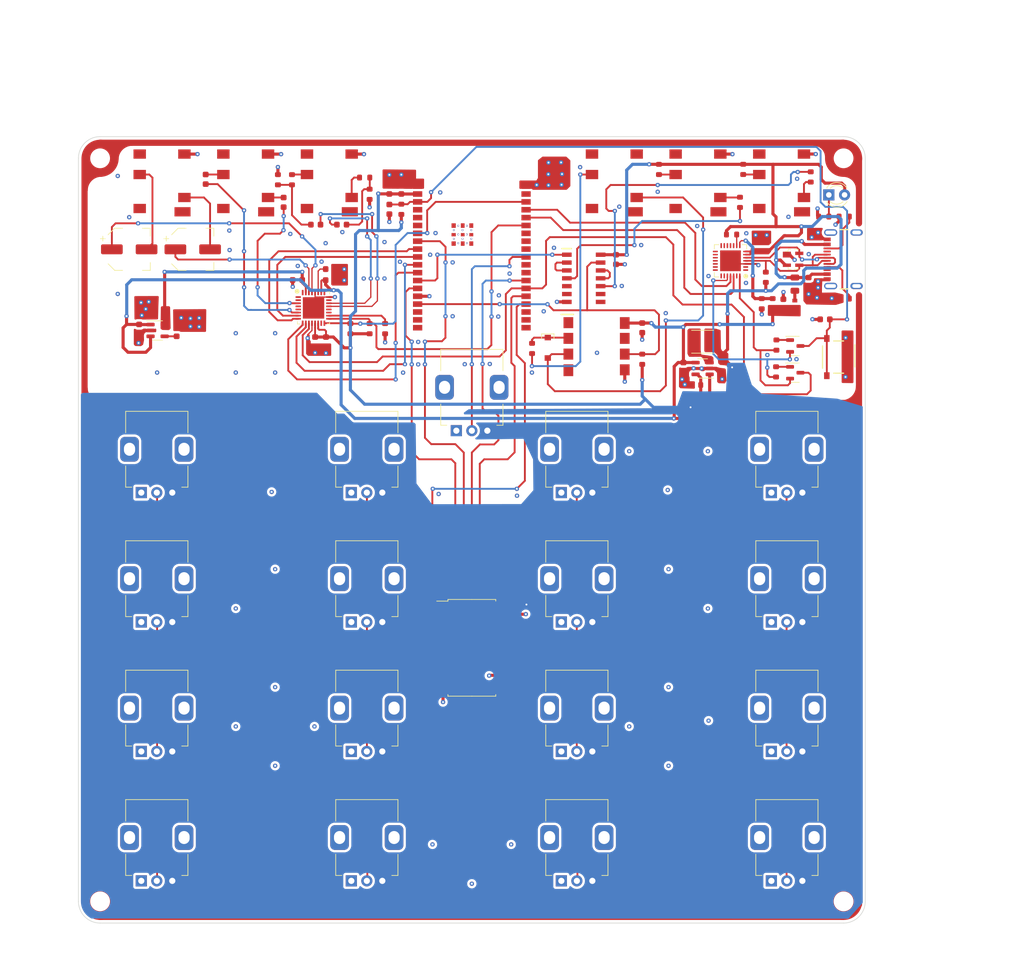
<source format=kicad_pcb>
(kicad_pcb (version 20211014) (generator pcbnew)
  (layers (0 "F.Cu" signal) (1 "In1.Cu" power) (2 "In2.Cu" power) (31 "B.Cu" signal) (34 "B.Paste" user) (35 "F.Paste" user) (36 "B.SilkS" user "B.Silkscreen") (37 "F.SilkS" user "F.Silkscreen") (38 "B.Mask" user) (39 "F.Mask" user) (44 "Edge.Cuts" user))
  (net 0 "")
  (net 1 "+5V")
  (net 2 "GND")
  (net 3 "/POWER/LDO_NR")
  (net 4 "+3.3VA")
  (net 5 "/MCU - USB/EN")
  (net 6 "+3V3")
  (net 7 "VBUS")
  (net 8 "/AUDIO/VMID")
  (net 9 "USB_D+")
  (net 10 "USB_D-")
  (net 11 "Net-(D601-Pad1)")
  (net 12 "MIDI_IN_TIP")
  (net 13 "Net-(F401-Pad2)")
  (net 14 "Net-(Q401-Pad1)")
  (net 15 "/MCU - USB/RTS")
  (net 16 "Net-(Q402-Pad1)")
  (net 17 "/MCU - USB/DTR")
  (net 18 "IO0{slash}MCLK")
  (net 19 "/MCU - USB/CC1")
  (net 20 "/MCU - USB/CC2")
  (net 21 "IO21{slash}CODEC_SDIN")
  (net 22 "IO22{slash}CODEC_SCLK")
  (net 23 "Net-(R503-Pad1)")
  (net 24 "MIDI_IN_RING")
  (net 25 "MIDI_IN")
  (net 26 "IO33{slash}BCLK")
  (net 27 "IO25{slash}LRC")
  (net 28 "IO26{slash}DACDAT")
  (net 29 "MIDI_OUT")
  (net 36 "IO15{slash}MUX_COM")
  (net 40 "ESP32_RXD0")
  (net 41 "ESP32_TXD0")
  (net 73 "Net-(C506-Pad1)")
  (net 78 "/MCU - USB/CP2102_VBUS")
  (net 79 "/MCU - USB/CP2102_RST")
  (net 80 "Line_In_R")
  (net 85 "Net-(C507-Pad1)")
  (net 86 "Line_in_L")
  (net 91 "OUT")
  (net 93 "MUX_IO7")
  (net 94 "MUX_IO6")
  (net 95 "MUX_IO5")
  (net 96 "MUX_IO4")
  (net 97 "MUX_IO3")
  (net 98 "MUX_IO2")
  (net 99 "MUX_IO1")
  (net 100 "MUX_IO0")
  (net 101 "MUX_IO15")
  (net 102 "MUX_IO14")
  (net 103 "MUX_IO13")
  (net 104 "MUX_IO12")
  (net 105 "MUX_IO11")
  (net 106 "MUX_IO10")
  (net 107 "MUX_IO9")
  (net 108 "MUX_IO8")
  (net 111 "IO12{slash}MUX_S0")
  (net 115 "Net-(U602-Pad2)")
  (net 126 "IO2{slash}MUX_S2")
  (net 127 "IO4{slash}MUX_S3")
  (net 131 "VOL")
  (net 136 "/POWER/LED_PWR_K")
  (net 137 "/POWER/BUCK1_SW")
  (net 138 "/POWER/BUCK1_FB")
  (net 141 "HP_R")
  (net 142 "Net-(C508-Pad2)")
  (net 143 "HP_L")
  (net 144 "Net-(C509-Pad2)")
  (net 145 "Net-(C510-Pad1)")
  (net 146 "Line_Out_R")
  (net 147 "Net-(C511-Pad1)")
  (net 148 "Line_Out_L")
  (net 149 "Net-(J502-Pad3)")
  (net 150 "Net-(J502-Pad6)")
  (net 151 "Net-(J602-Pad3)")
  (net 152 "Net-(J602-Pad6)")
  (net 153 "Net-(J603-Pad3)")
  (net 156 "Net-(J603-Pad6)")
  (net 158 "THRU")
  (net 159 "IO32{slash}MUX_S1")
  (net 160 "IO27{slash}ADCDAT")
  (net 161 "Net-(U602-Pad11)")
  (footprint "MY CAPACITOR LIBRARY:CL10A105KB8NNNC_0603" (layer "F.Cu") (at 92.422 41.18 -90)
    (fp_text reference "C506")
    (fp_text value "1u")
  )
  (footprint "MY RESISTOR LIBRARY:0603WAF1001T5E" (layer "F.Cu") (at 177.302 50.1)
    (fp_text reference "R407")
    (fp_text value "1k")
  )
  (footprint "MY IC LIBRARY:CP2102N-A02-GQFN28R_QFN-28" (layer "F.Cu") (at 177.132 54.34 180)
    (fp_text reference "U402")
    (fp_text value "CP2102N-A02-GQFN28R")
  )
  (footprint "MY CONNECTOR LIBRARY:PJ-342B-TX-SMT" (layer "F.Cu") (at 185.382 40.89)
    (fp_text reference "J603")
    (fp_text value "PJ-342B-TX-SMT")
  )
  (footprint "MY POTENTIOMETER LIBRARY:RK09D1130C2P" (layer "F.Cu") (at 84.532 105.19)
    (fp_text reference "RV702")
    (fp_text value "POT_B1")
  )
  (footprint "MY RESISTOR LIBRARY:0603WAF2201T5E" (layer "F.Cu") (at 115.782 65.3 90)
    (fp_text reference "R502")
    (fp_text value "2.2k")
  )
  (footprint "MY CAPACITOR LIBRARY:CL10A105KB8NNNC_0603" (layer "F.Cu") (at 105.002 44.9 -90)
    (fp_text reference "C507")
    (fp_text value "1u")
  )
  (footprint "MY CAPACITOR LIBRARY:CC0603KRX7R9BB104_0603" (layer "F.Cu") (at 192.382 63.8)
    (fp_text reference "C403")
    (fp_text value "100n")
  )
  (footprint "MY DIODE LIBRARY:SP0503BAHTG_SOT-143" (layer "F.Cu") (at 187.232 54.1 -90)
    (fp_text reference "D402")
    (fp_text value "SP0503BAHTG")
  )
  (footprint "MY CAPACITOR LIBRARY:CC0603KRX7R9BB104_0603" (layer "F.Cu") (at 162.882 65.17 -90)
    (fp_text reference "C601")
    (fp_text value "100n")
  )
  (footprint "MY CAPACITOR LIBRARY:CC0603KRX7R9BB104_0603" (layer "F.Cu") (at 87.732 65.76 90)
    (fp_text reference "C302")
    (fp_text value "100n")
  )
  (footprint "MY CAPACITOR LIBRARY:CC0603KRX7R9BB104_0603" (layer "F.Cu") (at 124.0028 42.7736 90)
    (fp_text reference "C404")
    (fp_text value "100n")
  )
  (footprint "MY POTENTIOMETER LIBRARY:RK09D1130C2P" (layer "F.Cu") (at 152.332 105.19)
    (fp_text reference "RV710")
    (fp_text value "POT_B3")
  )
  (footprint "MY RESISTOR LIBRARY:0603WAF330JT5E" (layer "F.Cu") (at 178.662 44.9 -90)
    (fp_text reference "R604")
    (fp_text value "33R")
  )
  (footprint "MY AUDIO CODEC LIBRARY:WM8978CGEFL_RV_WQFN-32" (layer "F.Cu") (at 110.352 62.4)
    (fp_text reference "U501")
    (fp_text value "WM8978CGEFL_RV")
  )
  (footprint "MY POTENTIOMETER LIBRARY:RK09D1130C2P" (layer "F.Cu") (at 186.232 84.29)
    (fp_text reference "RV713")
    (fp_text value "POT_A4")
  )
  (footprint "MountingHole:MountingHole_2.5mm" (layer "F.Cu") (at 195.382 157.79)
    (fp_text reference "H107")
    (fp_text value "MountingHole")
  )
  (footprint "MY CONNECTOR LIBRARY:PJ-342B-TX-SMT" (layer "F.Cu") (at 171.882 40.89)
    (fp_text reference "J602")
    (fp_text value "PJ-342B-TX-SMT")
  )
  (footprint "MY CAPACITOR LIBRARY:CL10A475KO8NNNC_0603" (layer "F.Cu") (at 112.562 55.68)
    (fp_text reference "C505")
    (fp_text value "4.7u")
  )
  (footprint "MY CAPACITOR LIBRARY:0603_CL10A226MQ8NRNC" (layer "F.Cu") (at 169.532 71.55 -90)
    (fp_text reference "C304")
    (fp_text value "22u")
  )
  (footprint "MY RESISTOR LIBRARY:0603WAF1003T5E" (layer "F.Cu") (at 171.5008 76.1)
    (fp_text reference "R301")
    (fp_text value "100k")
  )
  (footprint "MY CONNECTOR LIBRARY:PJ-342B-TX-SMT" (layer "F.Cu") (at 158.382 40.89)
    (fp_text reference "J601")
    (fp_text value "PJ-342B-TX-SMT")
  )
  (footprint "MY CONNECTOR LIBRARY:PJ-342B-TX-SMT" (layer "F.Cu") (at 85.382 40.89)
    (fp_text reference "J503")
    (fp_text value "PJ-342B-TX-SMT")
  )
  (footprint "MY POTENTIOMETER LIBRARY:RK09D1130C2P" (layer "F.Cu") (at 118.432 146.99)
    (fp_text reference "RV708")
    (fp_text value "POT_D2")
  )
  (footprint "MY RESISTOR LIBRARY:0603WAF4702T5E" (layer "F.Cu") (at 118.882 43.6 -90)
    (fp_text reference "R506")
    (fp_text value "47k")
  )
  (footprint "MY CAPACITOR LIBRARY:0603_CL10A106KP8NNNC" (layer "F.Cu") (at 85.012 62.81 180)
    (fp_text reference "C303")
    (fp_text value "10u")
  )
  (footprint "MY CAPACITOR LIBRARY:CL10A475KO8NNNC_0603" (layer "F.Cu") (at 111.842 67.43 -90)
    (fp_text reference "C503")
    (fp_text value "4.7u")
  )
  (footprint "MY CAPACITOR LIBRARY:CC0603KRX7R9BB104_0603" (layer "F.Cu") (at 158.652 54.14 -90)
    (fp_text reference "C602")
    (fp_text value "100n")
  )
  (footprint "MY RESISTOR LIBRARY:0603WAF2201T5E" (layer "F.Cu") (at 118.882 65.3 90)
    (fp_text reference "R501")
    (fp_text value "2.2k")
  )
  (footprint "MY RESISTOR LIBRARY:0603WAF1002T5E" (layer "F.Cu") (at 121.382 65.3 -90)
    (fp_text reference "R503")
    (fp_text value "10k")
  )
  (footprint "MY POTENTIOMETER LIBRARY:RK09D1130C2P" (layer "F.Cu") (at 152.332 146.99)
    (fp_text reference "RV712")
    (fp_text value "POT_D3")
  )
  (footprint "MY POTENTIOMETER LIBRARY:RK09D1130C2P" (layer "F.Cu") (at 84.532 146.99)
    (fp_text reference "RV704")
    (fp_text value "POT_D1")
  )
  (footprint "MY CAPACITOR LIBRARY:CL10A105KB8NNNC_0603" (layer "F.Cu") (at 114.382 48.5 180)
    (fp_text reference "C511")
    (fp_text value "1u")
  )
  (footprint "MY RESISTOR LIBRARY:0603WAF5101T5E" (layer "F.Cu") (at 195.482 60.45 180)
    (fp_text reference "R409")
    (fp_text value "5.1k")
  )
  (footprint "MY POTENTIOMETER LIBRARY:RK09D1130C2P" (layer "F.Cu") (at 152.332 84.29)
    (fp_text reference "RV709")
    (fp_text value "POT_A3")
  )
  (footprint "MY REGULATOR LIBRARY:TLV62569DBVR" (layer "F.Cu") (at 172.632 71.73 180)
    (fp_text reference "VR302")
    (fp_text value "TLV62569DBV")
  )
  (footprint "MY RESISTOR LIBRARY:0603WAF5101T5E" (layer "F.Cu") (at 195.482 47.2 180)
    (fp_text reference "R408")
    (fp_text value "5.1k")
  )
  (footprint "MY CAPACITOR LIBRARY:CL10A105KB8NNNC_0603" (layer "F.Cu") (at 185.662 61.32 90)
    (fp_text reference "C408")
    (fp_text value "1uF")
  )
  (footprint "MY POTENTIOMETER LIBRARY:RK09D1130C2P" (layer "F.Cu") (at 135.382 74.29)
    (fp_text reference "RV717")
    (fp_text value "VOL")
  )
  (footprint "MY RESISTOR LIBRARY:0603WAF2201T5E" (layer "F.Cu") (at 192.182 47.2 180)
    (fp_text reference "R303")
    (fp_text value "2.2k")
  )
  (footprint "MY CAPACITOR LIBRARY:CL10A475KO8NNNC_0603" (layer "F.Cu") (at 107.232 57.45 180)
    (fp_text reference "C501")
    (fp_text value "4.7u")
  )
  (footprint "MY INDUCTOR LIBRARY:CD32YP0302-2R2M" (layer "F.Cu") (at 172.622 69)
    (fp_text reference "L301")
    (fp_text value "2.2u")
  )
  (footprint "MY RESISTOR LIBRARY:0603WAF1000T5E" (layer "F.Cu") (at 106.352 41.25 -90)
    (fp_text reference "R504")
    (fp_text value "100R")
  )
  (footprint "MY RESISTOR LIBRARY:0603WAF4702T5E" (layer "F.Cu") (at 104.082 41.25 90)
    (fp_text reference "R507")
    (fp_text value "47k")
  )
  (footprint "MY MICROCONTROLLER LIBRARY:XCVR_ESP32-WROVER-E-N4R8" (layer "F.Cu") (at 135.382 50.546)
    (fp_text reference "U401")
    (fp_text value "ESP32-WROVER-E-N4R8")
  )
  (footprint "MountingHole:MountingHole_2.5mm" (layer "F.Cu") (at 195.382 37.79)
    (fp_text reference "H106")
    (fp_text value "MountingHole")
  )
  (footprint "MY POTENTIOMETER LIBRARY:RK09D1130C2P" (layer "F.Cu") (at 118.432 126.09)
    (fp_text reference "RV707")
    (fp_text value "POT_C2")
  )
  (footprint "MY POTENTIOMETER LIBRARY:RK09D1130C2P" (layer "F.Cu") (at 186.232 105.19)
    (fp_text reference "RV714")
    (fp_text value "POT_B4")
  )
  (footprint "MY RESISTOR LIBRARY:0603WAF1000T5E" (layer "F.Cu") (at 118.082 40.9)
    (fp_text reference "R505")
    (fp_text value "100R")
  )
  (footprint "MY RESISTOR LIBRARY:0603WAF1002T5E" (layer "F.Cu") (at 162.882 70.24 90)
    (fp_text reference "R602")
    (fp_text value "10k")
  )
  (footprint "MY RESISTOR LIBRARY:0603WAF2202T5E" (layer "F.Cu") (at 183.932 61.27 90)
    (fp_text reference "R405")
    (fp_text value "22k")
  )
  (footprint "MY POTENTIOMETER LIBRARY:RK09D1130C2P" (layer "F.Cu") (at 186.232 126.09)
    (fp_text reference "RV715")
    (fp_text value "POT_C4")
  )
  (footprint "MY CONNECTOR LIBRARY:YTC-TC16S-28" (layer "F.Cu") (at 197.482 54.09 90)
    (fp_text reference "J401")
    (fp_text value "YTC-TC16S-28")
  )
  (footprint "MY POTENTIOMETER LIBRARY:RK09D1130C2P" (layer "F.Cu") (at 118.432 84.29)
    (fp_text reference "RV705")
    (fp_text value "POT_A2")
  )
  (footprint "MY REGULATOR LIBRARY:TPS79333DBVR_SOT-23-5" (layer "F.Cu") (at 84.662 65.59)
    (fp_text reference "VR301")
    (fp_text value "TPS79333DBVR")
  )
  (footprint "MY IC LIBRARY:74HC04D_653_SOIC-14" (layer "F.Cu") (at 153.442 57.17)
    (fp_text reference "U602")
    (fp_text value "74HC04D,653" hide)
  )
  (footprint "MY CAPACITOR LIBRARY:0603_CL10A226MQ8NRNC" (layer "F.Cu") (at 122.0724 42.7736 90)
    (fp_text reference "C402")
    (fp_text value "22u")
  )
  (footprint "MY RESISTOR LIBRARY:0603WAF1002T5E" (layer "F.Cu") (at 184.482 72.28 90)
    (fp_text reference "R403")
    (fp_text value "10k")
  )
  (footprint "MY CAPACITOR LIBRARY:CL10A475KO8NNNC_0603" (layer "F.Cu") (at 110.082 67.43 -90)
    (fp_text reference "C502")
    (fp_text value "4.7u")
  )
  (footprint "MountingHole:MountingHole_2.5mm" (layer "F.Cu") (at 75.382 37.79)
    (fp_text reference "H105")
    (fp_text value "MountingHole")
  )
  (footprint "MY POTENTIOMETER LIBRARY:RK09D1130C2P" (layer "F.Cu") (at 84.532 126.09)
    (fp_text reference "RV703")
    (fp_text value "POT_C1")
  )
  (footprint "MY CAPACITOR LIBRARY:RVT1A221M0605" (layer "F.Cu") (at 90.332 52.49)
    (fp_text reference "C509")
    (fp_text value "220u")
  )
  (footprint "MY CAPACITOR LIBRARY:CL10A475KO8NNNC_0603" (layer "F.Cu") (at 189.732 57.82 -90)
    (fp_text reference "C405")
    (fp_text value "4.7u")
  )
  (footprint "MY CAPACITOR LIBRARY:CL10A106MA8NRNC_0603" (layer "F.Cu") (at 175.792 71.5 -90)
    (fp_text reference "C305")
    (fp_text value "10u")
  )
  (footprint "MY CAPACITOR LIBRARY:CC0603KRX7R9BB104_0603" (layer "F.Cu") (at 142.748 110.6424 90)
    (fp_text reference "C701")
    (fp_text value "100n")
  )
  (footprint "MY FERRITE BEAD LIBRARY:0603_BLM18AG121SN1D" (layer "F.Cu") (at 187.512 61.43 -90)
    (fp_text reference "FB401")
    (fp_text value "120R")
  )
  (footprint "MY RESISTOR LIBRARY:0603WAF2200T5E" (layer "F.Cu") (at 145.102 68.49 -90)
    (fp_text reference "R601")
    (fp_text value "220R")
  )
  (footprint "MY RESISTOR LIBRARY:0603WAF330JT5E" (layer "F.Cu") (at 190.082 40.8 90)
    (fp_text reference "R606")
    (fp_text value "33R")
  )
  (footprint "MY CAPACITOR LIBRARY:CL10A105KB8NNNC_0603" (layer "F.Cu") (at 81.682 65.39 -90)
    (fp_text reference "C301")
    (fp_text value "1u")
  )
  (footprint "MY RESISTOR LIBRARY:0603WAF330JT5E" (layer "F.Cu") (at 165.582 39.59 90)
    (fp_text reference "R603")
    (fp_text value "33R")
  )
  (footprint "MY SWITCH LIBRARY:TS-1187A-B-A-B_smd" (layer "F.Cu") (at 194.582 69.89 -90)
    (fp_text reference "SW401")
    (fp_text value "TS-1187A-B-A-B" hide)
  )
  (footprint "MY CAPACITOR LIBRARY:CL10A105KB8NNNC_0603" (layer "F.Cu") (at 122.0724 46.0248 -90)
    (fp_text reference "C401")
    (fp_text value "1u")
  )
  (footprint "MY RESISTOR LIBRARY:0603WAF330JT5E" (layer "F.Cu") (at 179.182 39.58 90)
    (fp_text reference "R605")
    (fp_text value "33R")
  )
  (footprint "MY POTENTIOMETER LIBRARY:RK09D1130C2P" (layer "F.Cu") (at 186.232 146.99)
    (fp_text reference "RV716")
    (fp_text value "POT_D4")
  )
  (footprint "MY CAPACITOR LIBRARY:CC0603KRX7R9BB104_0603" (layer "F.Cu") (at 181.202 52.06 90)
    (fp_text reference "C407")
    (fp_text value "100n")
  )
  (footprint "MY TRANSISTOR LIBRARY:MMBT3904_SOT-23" (layer "F.Cu") (at 187.5836 72.415)
    (fp_text reference "Q402")
    (fp_text value "MMBT3904")
  )
  (footprint "MY CAPACITOR LIBRARY:RVT1A221M0605" (layer "F.Cu") (at 80.082 52.49)
    (fp_text reference "C508")
    (fp_text value "220u")
  )
  (footprint "MountingHole:MountingHole_2.5mm" (layer "F.Cu") (at 75.382 157.79)
    (fp_text reference "H108")
    (fp_text value "MountingHole")
  )
  (footprint "MY POTENTIOMETER LIBRARY:RK09D1130C2P" (layer "F.Cu") (at 118.432 105.19)
    (fp_text reference "RV706")
    (fp_text value "POT_B2")
  )
  (footprint "MY TRANSISTOR LIBRARY:MMBT3904_SOT-23" (layer "F.Cu") (at 187.5836 68.097)
    (fp_text reference "Q401")
    (fp_text value "MMBT3904")
  )
  (footprint "MY POTENTIOMETER LIBRARY:RK09D1130C2P" (layer "F.Cu") (at 152.332 126.09)
    (fp_text reference "RV711")
    (fp_text value "POT_C3")
  )
  (footprint "MY RESISTOR LIBRARY:0603WAF1002T5E" (layer "F.Cu") (at 184.542 67.95 90)
    (fp_text reference "R404")
    (fp_text value "10k")
  )
  (footprint "MY CAPACITOR LIBRARY:CL10A105KB8NNNC_0603" (layer "F.Cu") (at 110.182 48.5)
    (fp_text reference "C510")
    (fp_text value "1u")
  )
  (footprint "MY CONNECTOR LIBRARY:PJ-342B-TX-SMT" (layer "F.Cu") (at 112.382 40.89)
    (fp_text reference "J502")
    (fp_text value "PJ-342B-TX-SMT")
  )
  (footprint "MY IC LIBRARY:CD74HC4067_SOIC-24" (layer "F.Cu") (at 135.382 116.84)
    (fp_text reference "U701")
    (fp_text value "CD74HC4067")
  )
  (footprint "MY RESISTOR LIBRARY:0603WAF2200T5E" (layer "F.Cu") (at 171.5008 74.4 180)
    (fp_text reference "R302")
    (fp_text value "22k")
  )
  (footprint "MY CONNECTOR LIBRARY:PJ-342B-TX-SMT" (layer "F.Cu") (at 98.882 40.89)
    (fp_text reference "J501")
    (fp_text value "PJ-342B-TX-SMT")
  )
  (footprint "MY RESISTOR LIBRARY:0603WAF4702T5E" (layer "F.Cu") (at 182.172 61.27 -90)
    (fp_text reference "R406")
    (fp_text value "47k")
  )
  (footprint "MY RESISTOR LIBRARY:0603WAF1002T5E" (layer "F.Cu") (at 124.0028 46.0248 -90)
    (fp_text reference "R401")
    (fp_text value "10k")
  )
  (footprint "MY LED LIBRARY:LED_D3.0mm" (layer "F.Cu") (at 193.002 43.7)
    (fp_text reference "D301")
    (fp_text value "LED")
  )
  (footprint "MY POTENTIOMETER LIBRARY:RK09D1130C2P" (layer "F.Cu") (at 84.532 84.29)
    (fp_text reference "RV701")
    (fp_text value "POT_A1")
  )
  (footprint "MY RESISTOR LIBRARY:CQ03WAJ0152T5E" (layer "F.Cu") (at 182.832 57 -90)
    (fp_text reference "R402")
    (fp_text value "1.5k")
  )
  (footprint "MY OPTO IC LIBRARY:6N137S1_TA_SMD-8P" (layer "F.Cu") (at 155.512 68.14)
    (fp_text reference "U601")
    (fp_text value "6N137S1(TA)")
  )
  (footprint "MY DIODE LIBRARY:1N4148W_SOD-123" (layer "F.Cu") (at 147.642 68.39 -90)
    (fp_text reference "D601")
    (fp_text value "1N4148W")
  )
  (footprint "MY FUSE LIBRARY:0805_SMD0805P020TF" (layer "F.Cu") (at 187.522 58.11 -90)
    (fp_text reference "F401")
    (fp_text value "SMD0805P020TF")
  )
  (footprint "MY CAPACITOR LIBRARY:CL10A475KO8NNNC_0603" (layer "F.Cu") (at 112.562 57.47)
    (fp_text reference "C504")
    (fp_text value "4.7u")
  )
  (footprint "MY CAPACITOR LIBRARY:CL10A475KO8NNNC_0603" (layer "F.Cu") (at 182.98 52.06 90)
    (fp_text reference "C406")
    (fp_text value "4.7u")
  )
  (gr_arc (start 197.822812 74.59) (mid 197.032 76.499188) (end 195.122812 77.29) (layer "F.Cu") (width 0.9))
  (gr_arc (start 80.578359 159.943641) (mid 78.952013 159.269987) (end 78.278359 157.643641) (layer "F.Cu") (width 0.2))
  (gr_poly (pts (xy 197.522 153.51) (xy 197.512 155.75) (xy 195.882 154.93) (xy 196.862 154.32) (xy 197.432 153.49)) (layer "F.Cu") (width 0.05) (fill solid))
  (gr_poly (pts (xy 197.5104 42.1132) (xy 197.1294 41.402) (xy 196.6468 40.9448) (xy 195.9102 40.5892) (xy 197.5104 39.751)) (layer "F.Cu") (width 0.2) (fill solid))
  (gr_circle (center 75.382 157.7838) (end 77.682 157.7838) (layer "F.Cu") (width 1.4) (fill none))
  (gr_circle (center 195.382 37.79) (end 197.682 37.79) (layer "F.Cu") (width 1.4) (fill none))
  (gr_circle (center 75.382 37.79) (end 77.682 37.79) (layer "F.Cu") (width 1.4) (fill none))
  (gr_arc (start 78.269546 37.973746) (mid 78.9432 36.3474) (end 80.569546 35.673746) (layer "F.Cu") (width 0.2))
  (gr_arc (start 93.522 76.29) (mid 92.541456 77.004825) (end 91.362 77.29) (layer "F.Cu") (width 1))
  (gr_poly (pts (xy 192.540403 37.099002) (xy 192.108603 36.311602) (xy 191.422803 35.778202) (xy 191.372003 35.676602) (xy 193.327803 35.651202)) (layer "F.Cu") (width 0.2) (fill solid))
  (gr_poly (pts (xy 197.532 78.05) (xy 196.632 77.15) (xy 197.532 76.55)) (layer "F.Cu") (width 0.2) (fill solid))
  (gr_line (start 197.872 37.7444) (end 197.872 48.29) (layer "F.Cu") (width 1))
  (gr_arc (start 73.291146 42.977546) (mid 73.9648 41.3512) (end 75.591146 40.677546) (layer "F.Cu") (width 0.2))
  (gr_arc (start 73.286214 79.684214) (mid 73.872 78.27) (end 75.286214 77.684214) (layer "F.Cu") (width 0.2))
  (gr_line (start 197.872 59.89) (end 197.872 158.29) (layer "F.Cu") (width 1))
  (gr_arc (start 75.282 76.89) (mid 73.867786 76.304214) (end 73.282 74.89) (layer "F.Cu") (width 0.2))
  (gr_arc (start 192.495654 157.593654) (mid 191.822 159.22) (end 190.195654 159.893654) (layer "F.Cu") (width 0.2))
  (gr_poly (pts (xy 73.426214 75.835786) (xy 73.812 76.37) (xy 74.406214 76.835786) (xy 74.386214 76.935786) (xy 73.256214 76.945786) (xy 73.256214 75.805786)) (layer "F.Cu") (width 0.15) (fill solid))
  (gr_circle (center 195.382 157.79) (end 197.682 157.79) (layer "F.Cu") (width 1.4) (fill none))
  (gr_arc (start 195.3514 40.6908) (mid 196.860083 41.315717) (end 197.485 42.8244) (layer "F.Cu") (width 0.2))
  (gr_arc (start 75.578346 154.893654) (mid 73.951987 154.220013) (end 73.278346 152.593654) (layer "F.Cu") (width 0.2))
  (gr_line (start 179.582 77.29) (end 197.282 77.3) (layer "F.Cu") (width 1))
  (gr_line (start 91.292 77.29) (end 72.982 77.29) (layer "F.Cu") (width 1))
  (gr_circle (center 135.582 136.74) (end 136.582 136.74) (layer "F.Cu") (width 8) (fill none))
  (gr_poly (pts (xy 78.942 159.37) (xy 79.782 159.86) (xy 79.782 159.99) (xy 77.232 159.99) (xy 78.232 158.37) (xy 78.372 158.37)) (layer "F.Cu") (width 0.05) (fill solid))
  (gr_poly (pts (xy 193.302 159.83) (xy 193.312 159.94) (xy 190.922 159.92) (xy 191.002 159.84) (xy 191.862 159.25) (xy 192.372 158.37) (xy 192.512 158.31)) (layer "F.Cu") (width 0.05) (fill solid))
  (gr_poly (pts (xy 74.962546 40.753746) (xy 74.262546 41.053746) (xy 73.7362 41.4274) (xy 73.262546 42.153746) (xy 73.062546 42.153746) (xy 73.062546 39.853746)) (layer "F.Cu") (width 0.05) (fill solid))
  (gr_arc (start 190.6016 35.687) (mid 191.932309 36.253852) (end 192.481369 37.592) (layer "F.Cu") (width 0.2))
  (gr_poly (pts (xy 74.409014 77.81) (xy 73.8748 78.195786) (xy 73.409014 78.79) (xy 73.309014 78.77) (xy 73.299014 77.64) (xy 74.439014 77.64)) (layer "F.Cu") (width 0.15) (fill solid))
  (gr_line (start 75.352 160.29) (end 195.2856 160.29) (layer "F.Cu") (width 1))
  (gr_arc (start 195.119847 77.286107) (mid 197.032 78.07) (end 197.829775 79.976398) (layer "F.Cu") (width 0.9))
  (gr_poly (pts (xy 79.7508 35.5982) (xy 79.7508 35.7082) (xy 78.7908 36.3982) (xy 78.2508 37.3182) (xy 77.4308 35.6382) (xy 77.4308 35.5882)) (layer "F.Cu") (width 0.05) (fill solid))
  (gr_arc (start 197.485641 152.603641) (mid 196.812 154.23) (end 195.185641 154.903641) (layer "F.Cu") (width 0.2))
  (gr_arc (start 179.442 77.29) (mid 178.262544 77.004825) (end 177.282 76.29) (layer "F.Cu") (width 1))
  (gr_line (start 195.3156 35.28) (end 75.382 35.28) (layer "F.Cu") (width 1))
  (gr_poly (pts (xy 73.352 153.44) (xy 73.952 154.31) (xy 74.852 154.83) (xy 74.852 154.97) (xy 73.392 155.75) (xy 73.262 155.75) (xy 73.262 153.42)) (layer "F.Cu") (width 0.05) (fill solid))
  (gr_line (start 72.872 157.9156) (end 72.872 37.77) (layer "F.Cu") (width 1))
  (gr_line (start 71.882 157.79) (end 71.882 37.7952) (layer "Edge.Cuts") (width 0.1))
  (gr_arc (start 195.382 34.290001) (mid 197.855353 35.316647) (end 198.881999 37.79) (layer "Edge.Cuts") (width 0.1))
  (gr_arc (start 71.882 37.7952) (mid 72.908649 35.316649) (end 75.3872 34.29) (layer "Edge.Cuts") (width 0.1))
  (gr_arc (start 198.881999 157.79) (mid 197.855353 160.263353) (end 195.382 161.289999) (layer "Edge.Cuts") (width 0.1))
  (gr_line (start 195.382 161.29) (end 75.382 161.29) (layer "Edge.Cuts") (width 0.1))
  (gr_line (start 198.882 37.79) (end 198.882 157.79) (layer "Edge.Cuts") (width 0.1))
  (gr_line (start 75.3872 34.29) (end 195.382 34.29) (layer "Edge.Cuts") (width 0.1))
  (gr_arc (start 75.382 161.289999) (mid 72.908647 160.263353) (end 71.882001 157.79) (layer "Edge.Cuts") (width 0.1))
  (gr_text "J.UCEDO\nV1 Rev0\n07-06-23" (at 169.882 153.61) (layer "F.Cu") (effects (font (size 1.5 1.5) (thickness 0.3))))
  (gr_text "AUDIO DSP\nPLATFORM" (at 100.612 153.75) (layer "F.Cu") (effects (font (size 1.5 1.5) (thickness 0.3))))
  (gr_text "SOLAR AUDIO" (at 135.082 143.8) (layer "F.Cu") (effects (font (size 2 2) (thickness 0.5))))
  (segment (start 111.082 57.59) (end 111.202 57.47) (width 0.3) (layer "F.Cu") (net 1))
  (segment (start 160.0655 64.397) (end 162.87 64.397) (width 0.5) (layer "F.Cu") (net 1))
  (segment (start 173.7695 78.8125) (end 173.7695 72.68) (width 0.5) (layer "F.Cu") (net 1))
  (segment (start 167.982 79.8) (end 172.782 79.8) (width 0.5) (layer "F.Cu") (net 1))
  (segment (start 167.982 79.8) (end 168.0464 79.7356) (width 0.5) (layer "F.Cu") (net 1))
  (segment (start 79.0956 68.326) (end 79.0956 65.1764) (width 0.5) (layer "F.Cu") (net 1))
  (segment (start 169.4942 65.0494) (end 169.532 65.0116) (width 0.5) (layer "F.Cu") (net 1))
  (segment (start 83.5245 64.64) (end 81.6964 64.64) (width 0.5) (layer "F.Cu") (net 1))
  (segment (start 183.932 64.5562) (end 183.932 62.095) (width 0.5) (layer "F.Cu") (net 1))
  (segment (start 79.0956 65.1764) (end 79.6544 64.6176) (width 0.5) (layer "F.Cu") (net 1))
  (segment (start 162.87 64.397) (end 162.872 64.395) (width 0.5) (layer "F.Cu") (net 1))
  (segment (start 111.082 59.475) (end 111.082 57.59) (width 0.3) (layer "F.Cu") (net 1))
  (segment (start 175.3644 64.6176) (end 169.926 64.6176) (width 0.5) (layer "F.Cu") (net 1))
  (segment (start 83.5245 68.3575) (end 82.7686 69.1134) (width 0.5) (layer "F.Cu") (net 1))
  (segment (start 168.6708 70.775) (end 169.532 70.775) (width 0.5) (layer "F.Cu") (net 1))
  (segment (start 111.787 58.205) (end 111.787 57.47) (width 0.5) (layer "F.Cu") (net 1))
  (segment (start 175.382 64.6) (end 175.3644 64.6176) (width 0.5) (layer "F.Cu") (net 1))
  (segment (start 164.344 64.395) (end 164.3634 64.4144) (width 0.5) (layer "F.Cu") (net 1))
  (segment (start 169.532 65.0116) (end 169.532 70.775) (width 0.5) (layer "F.Cu") (net 1))
  (segment (start 187.5074 62.095) (end 187.512 62.0904) (width 0.5) (layer "F.Cu") (net 1))
  (segment (start 171.4895 70.775) (end 171.4945 70.78) (width 0.5) (layer "F.Cu") (net 1))
  (segment (start 169.532 70.775) (end 171.4895 70.775) (width 0.5) (layer "F.Cu") (net 1))
  (segment (start 111.202 57.47) (end 111.787 57.47) (width 0.3) (layer "F.Cu") (net 1))
  (segment (start 79.883 69.1134) (end 79.0956 68.326) (width 0.5) (layer "F.Cu") (net 1))
  (segment (start 168.0464 79.7356) (end 168.0464 71.3994) (width 0.5) (layer "F.Cu") (net 1))
  (segment (start 162.872 64.395) (end 164.344 64.395) (width 0.5) (layer "F.Cu") (net 1))
  (segment (start 169.482 65.0494) (end 169.4942 65.0494) (width 0.5) (layer "F.Cu") (net 1))
  (segment (start 83.5245 66.54) (end 83.5245 68.3575) (width 0.5) (layer "F.Cu") (net 1))
  (segment (start 172.782 79.8) (end 173.7695 78.8125) (width 0.5) (layer "F.Cu") (net 1))
  (segment (start 112.682 59.1) (end 111.787 58.205) (width 0.5) (layer "F.Cu") (net 1))
  (segment (start 113.082 59.1) (end 112.682 59.1) (width 0.5) (layer "F.Cu") (net 1))
  (segment (start 169.926 64.6176) (end 169.532 65.0116) (width 0.5) (layer "F.Cu") (net 1))
  (segment (start 183.9214 64.5668) (end 183.932 64.5562) (width 0.5) (layer "F.Cu") (net 1))
  (segment (start 81.674 64.6176) (end 81.6864 64.63) (width 0.5) (layer "F.Cu") (net 1))
  (segment (start 168.0464 71.3994) (end 168.6708 70.775) (width 0.5) (layer "F.Cu") (net 1))
  (segment (start 79.6544 63.2714) (end 79.6544 64.6176) (width 0.5) (layer "F.Cu") (net 1))
  (segment (start 81.6964 64.64) (end 81.6864 64.63) (width 0.5) (layer "F.Cu") (net 1))
  (segment (start 82.7686 69.1134) (end 79.883 69.1134) (width 0.5) (layer "F.Cu") (net 1))
  (segment (start 79.6544 64.6176) (end 81.674 64.6176) (width 0.5) (layer "F.Cu") (net 1))
  (via (at 164.3634 64.4144) (size 0.7) (drill 0.3) (layers "F.Cu" "B.Cu") (net 1))
  (via (at 113.082 59.1) (size 0.7) (drill 0.3) (layers "F.Cu" "B.Cu") (net 1))
  (via (at 79.6544 63.2714) (size 0.7) (drill 0.3) (layers "F.Cu" "B.Cu") (net 1))
  (via (at 167.982 79.8) (size 0.7) (drill 0.3) (layers "F.Cu" "B.Cu") (net 1))
  (via (at 183.9214 64.5668) (size 0.7) (drill 0.3) (layers "F.Cu" "B.Cu") (net 1))
  (via (at 175.382 64.6) (size 0.7) (drill 0.3) (layers "F.Cu" "B.Cu") (net 1))
  (via (at 169.482 65.0494) (size 0.7) (drill 0.3) (layers "F.Cu" "B.Cu") (net 1))
  (segment (start 183.8706 64.6176) (end 183.9214 64.5668) (width 0.5) (layer "B.Cu") (net 1))
  (segment (start 109.3666 59.1) (end 107.6706 57.404) (width 0.5) (layer "B.Cu") (net 1))
  (segment (start 107.6706 57.404) (end 80.4926 57.404) (width 0.5) (layer "B.Cu") (net 1))
  (segment (start 116.482 79.8) (end 114.282 77.6) (width 0.5) (layer "B.Cu") (net 1))
  (segment (start 175.382 64.6) (end 175.3996 64.6176) (width 0.5) (layer "B.Cu") (net 1))
  (segment (start 167.982 79.8) (end 116.482 79.8) (width 0.5) (layer "B.Cu") (net 1))
  (segment (start 164.9984 65.0494) (end 164.3634 64.4144) (width 0.5) (layer "B.Cu") (net 1))
  (segment (start 175.3996 64.6176) (end 183.8706 64.6176) (width 0.5) (layer "B.Cu") (net 1))
  (segment (start 80.4926 57.404) (end 79.6798 58.2168) (width 0.5) (layer "B.Cu") (net 1))
  (segment (start 114.282 59.6) (end 113.782 59.1) (width 0.5) (layer "B.Cu") (net 1))
  (segment (start 114.282 77.6) (end 114.282 59.6) (width 0.5) (layer "B.Cu") (net 1))
  (segment (start 79.6798 63.246) (end 79.6544 63.2714) (width 0.5) (layer "B.Cu") (net 1))
  (segment (start 113.782 59.1) (end 113.082 59.1) (width 0.5) (layer "B.Cu") (net 1))
  (segment (start 169.482 65.0494) (end 164.9984 65.0494) (width 0.5) (layer "B.Cu") (net 1))
  (segment (start 79.6798 58.2168) (end 79.6798 63.246) (width 0.5) (layer "B.Cu") (net 1))
  (segment (start 113.082 59.1) (end 109.3666 59.1) (width 0.5) (layer "B.Cu") (net 1))
  (segment (start 189.738 59.7154) (end 189.732 59.7094) (width 0.5) (layer "F.Cu") (net 2))
  (segment (start 177.632 54.84) (end 179.582 54.84) (width 0.2) (layer "F.Cu") (net 2))
  (segment (start 106.457 58.525) (end 106.472 58.54) (width 0.5) (layer "F.Cu") (net 2))
  (segment (start 185.662 60.545) (end 185.662 59.41) (width 0.5) (layer "F.Cu") (net 2))
  (segment (start 112.307 60.2) (end 113.28 60.2) (width 0.3) (layer "F.Cu") (net 2))
  (segment (start 130.732 125.6012) (end 130.7338 125.603) (width 0.5) (layer "F.Cu") (net 2))
  (segment (start 175.399 72.275) (end 175.792 72.275) (width 0.5) (layer "F.Cu") (net 2))
  (segment (start 118.882 44.425) (end 118.882 45.7) (width 0.5) (layer "F.Cu") (net 2))
  (segment (start 117.9614 37.1094) (end 117.972 37.12) (width 0.5) (layer "F.Cu") (net 2))
  (segment (start 190.882 37.1) (end 188.9882 37.1) (width 0.5) (layer "F.Cu") (net 2))
  (segment (start 181.432 54.84) (end 181.632 55.04) (width 0.3) (layer "F.Cu") (net 2))
  (segment (start 158.652 54.915) (end 160.067 54.915) (width 0.5) (layer "F.Cu") (net 2))
  (segment (start 193.482 60.4) (end 194.605 60.4) (width 0.5) (layer "F.Cu") (net 2))
  (segment (start 128.526 60.066) (end 128.532 60.06) (width 0.5) (layer "F.Cu") (net 2))
  (segment (start 160.0655 71.954) (end 160.0655 73.8535) (width 0.5) (layer "F.Cu") (net 2))
  (segment (start 182.172 62.095) (end 182.172 62.98) (width 0.5) (layer "F.Cu") (net 2))
  (segment (start 104.082 40.4252) (end 104.082 39.2) (width 0.5) (layer "F.Cu") (net 2))
  (segment (start 102.4988 37.1094) (end 104.5814 37.1094) (width 0.5) (layer "F.Cu") (net 2))
  (segment (start 186.732 53.34) (end 186.232 53.34) (width 0.5) (layer "F.Cu") (net 2))
  (segment (start 160.067 54.915) (end 160.072 54.91) (width 0.5) (layer "F.Cu") (net 2))
  (segment (start 189.732 59.7094) (end 189.732 58.595) (width 0.5) (layer "F.Cu") (net 2))
  (segment (start 182.172 62.98) (end 182.182 62.99) (width 0.5) (layer "F.Cu") (net 2))
  (segment (start 175.792 72.275) (end 175.792 73.43) (width 0.5) (layer "F.Cu") (net 2))
  (segment (start 191.607 63.8) (end 190.3782 63.8) (width 0.5) (layer "F.Cu") (net 2))
  (segment (start 113.28 60.2) (end 113.282 60.198) (width 0.3) (layer "F.Cu") (net 2))
  (segment (start 108.882 66.29) (end 108.882 66.84) (width 0.2) (layer "F.Cu") (net 2))
  (segment (start 162.872 65.945) (end 162.872 67.08) (width 0.5) (layer "F.Cu") (net 2))
  (segment (start 130.732 123.825) (end 130.732 125.6012) (width 0.5) (layer "F.Cu") (net 2))
  (segment (start 106.457 57.45) (end 106.457 58.525) (width 0.5) (layer "F.Cu") (net 2))
  (segment (start 177.132 54.34) (end 177.632 54.84) (width 0.2) (layer "F.Cu") (net 2))
  (segment (start 104.5814 37.1094) (end 104.592 37.12) (width 0.5) (layer "F.Cu") (net 2))
  (segment (start 109.132 66.04) (end 108.882 66.29) (width 0.2) (layer "F.Cu") (net 2))
  (segment (start 110.072 60.96) (end 110.082 60.95) (width 0.2) (layer "F.Cu") (net 2))
  (segment (start 174.854 71.73) (end 175.399 72.275) (width 0.5) (layer "F.Cu") (net 2))
  (segment (start 144.0812 111.4174) (end 144.0942 111.4044) (width 0.5) (layer "F.Cu") (net 2))
  (segment (start 149.132 60.98) (end 149.122 60.97) (width 0.5) (layer "F.Cu") (net 2))
  (segment (start 191.182 45.9) (end 191.182 47.025) (width 0.5) (layer "F.Cu") (net 2))
  (segment (start 88.9988 37.1094) (end 91.1014 37.1094) (width 0.5) (layer "F.Cu") (net 2))
  (segment (start 109.582 65.59) (end 109.132 66.04) (width 0.2) (layer "F.Cu") (net 2))
  (segment (start 194.657 47.925) (end 194.657 47.2) (width 0.5) (layer "F.Cu") (net 2))
  (segment (start 109.832 61.95) (end 110.072 61.71) (width 0.2) (layer "F.Cu") (net 2))
  (segment (start 194.082 48.5) (end 194.657 47.925) (width 0.5) (layer "F.Cu") (net 2))
  (segment (start 115.9688 37.1094) (end 117.9614 37.1094) (width 0.5) (layer "F.Cu") (net 2))
  (segment (start 177.4314 37.1094) (end 177.442 37.12) (width 0.5) (layer "F.Cu") (net 2))
  (segment (start 142.748 111.4174) (end 144.0812 111.4174) (width 0.5) (layer "F.Cu") (net 2))
  (segment (start 191.182 47.025) (end 191.357 47.2) (width 0.5) (layer "F.Cu") (net 2))
  (segment (start 109.582 64.425) (end 109.582 65.59) (width 0.2) (layer "F.Cu") (net 2))
  (segment (start 110.082 60.95) (end 110.082 60.17) (width 0.2) (layer "F.Cu") (net 2))
  (segment (start 173.7695 71.73) (end 174.854 71.73) (width 0.5) (layer "F.Cu") (net 2))
  (segment (start 126.632 60.066) (end 128.526 60.066) (width 0.5) (layer "F.Cu") (net 2))
  (segment (start 110.072 61.71) (end 110.072 60.96) (width 0.2) (layer "F.Cu") (net 2))
  (segment (start 138.2268 121.285) (end 138.176 121.3358) (width 0.5) (layer "F.Cu") (net 2))
  (segment (start 185.662 59.41) (end 185.682 59.39) (width 0.5) (layer "F.Cu") (net 2))
  (segment (start 194.605 60.4) (end 194.657 60.452) (width 0.5) (layer "F.Cu") (net 2))
  (segment (start 91.1014 37.1094) (end 91.102 37.11) (width 0.5) (layer "F.Cu") (net 2))
  (segment (start 190.3782 63.8) (end 190.3612 63.783) (width 0.5) (layer "F.Cu") (net 2))
  (segment (start 112.307 60.2) (end 110.112 60.2) (width 0.2) (layer "F.Cu") (net 2))
  (segment (start 150.717 60.98) (end 149.132 60.98) (width 0.5) (layer "F.Cu") (net 2))
  (segment (start 121.382 67.51) (end 121.382 66.125) (width 0.5) (layer "F.Cu") (net 2))
  (segment (start 140.032 121.285) (end 138.2268 121.285) (width 0.5) (layer "F.Cu") (net 2))
  (segment (start 175.792 73.43) (end 175.782 73.44) (width 0.5) (layer "F.Cu") (net 2))
  (segment (start 122.0724 48.0596) (end 122.072 48.06) (width 0.5) (layer "F.Cu") (net 2))
  (segment (start 175.4888 37.1094) (end 177.4314 37.1094) (width 0.5) (layer "F.Cu") (net 2))
  (segment (start 110.112 60.2) (end 110.082 60.17) (width 0.2) (layer "F.Cu") (net 2))
  (segment (start 187.482 54.19) (end 186.732 53.44) (width 0.5) (layer "F.Cu") (net 2))
  (segment (start 122.0724 46.7998) (end 122.0724 48.0596) (width 0.5) (layer "F.Cu") (net 2))
  (segment (start 110.082 60.17) (end 110.082 59.475) (width 0.2) (layer "F.Cu") (net 2))
  (segment (start 160.0655 73.8535) (end 160.072 73.86) (width 0.5) (layer "F.Cu") (net 2))
  (segment (start 179.582 54.84) (end 181.432 54.84) (width 0.3) (layer "F.Cu") (net 2))
  (via (at 122.072 40.46) (size 0.7) (drill 0.3) (layers "F.Cu" "B.Cu") (net 2))
  (via (at 130.0226 91.9988) (size 0.7) (drill 0.3) (layers "F.Cu" "B.Cu") (net 2))
  (via (at 182.182 62.99) (size 0.7) (drill 0.3) (layers "F.Cu" "B.Cu") (net 2))
  (via (at 160.782 85.09) (size 0.7) (drill 0.3) (layers "F.Cu" "B.Cu") (net 2))
  (via (at 144.0942 111.4044) (size 0.7) (drill 0.3) (layers "F.Cu" "B.Cu") (net 2))
  (via (at 103.632 104.14) (size 0.7) (drill 0.3) (layers "F.Cu" "B.Cu") (net 2))
  (via (at 132.282 63.3) (size 0.7) (drill 0.3) (layers "F.Cu" "B.Cu") (net 2))
  (via (at 111.782 51.5) (size 0.7) (drill 0.3) (layers "F.Cu" "B.Cu") (net 2))
  (via (at 139.7508 59.9186) (size 0.7) (drill 0.3) (layers "F.Cu" "B.Cu") (net 2))
  (via (at 141.732 148.59) (size 0.7) (drill 0.3) (layers "F.Cu" "B.Cu") (net 2))
  (via (at 103.070575 91.663964) (size 0.7) (drill 0.3) (layers "F.Cu" "B.Cu") (net 2))
  (via (at 147.7518 38.481) (size 0.7) (drill 0.3) (layers "F.Cu" "B.Cu") (net 2))
  (via (at 145.8468 42.0878) (size 0.7) (drill 0.3) (layers "F.Cu" "B.Cu") (net 2))
  (via (at 110.082 69.19) (size 0.7) (drill 0.3) (layers "F.Cu" "B.Cu") (net 2))
  (via (at 97.282 110.49) (size 0.7) (drill 0.3) (layers "F.Cu" "B.Cu") (net 2))
  (via (at 128.651 53.3654) (size 0.7) (drill 0.3) (layers "F.Cu" "B.Cu") (net 2))
  (via (at 187.7822 70.231) (size 0.7) (drill 0.3) (layers "F.Cu" "B.Cu") (net 2))
  (via (at 107.2896 55.1688) (size 0.7) (drill 0.3) (layers "F.Cu" "B.Cu") (net 2))
  (via (at 179.682 49.9) (size 0.7) (drill 0.3) (layers "F.Cu" "B.Cu") (net 2))
  (via (at 97.282 129.54) (size 0.7) (drill 0.3) (layers "F.Cu" "B.Cu") (net 2))
  (via (at 103.632 123.19) (size 0.7) (drill 0.3) (layers "F.Cu" "B.Cu") (net 2))
  (via (at 138.282 71) (size 0.7) (drill 0.3) (layers "F.Cu" "B.Cu") (net 2))
  (via (at 146.982 62.5) (size 0.7) (drill 0.3) (layers "F.Cu" "B.Cu") (net 2))
  (via (at 173.482 110.49) (size 0.7) (drill 0.3) (layers "F.Cu" "B.Cu") (net 2))
  (via (at 124.002 40.43) (size 0.7) (drill 0.3) (layers "F.Cu" "B.Cu") (net 2))
  (via (at 132.282 54.6) (size 0.7) (drill 0.3) (layers "F.Cu" "B.Cu") (net 2))
  (via (at 129.522 49.86) (size 0.7) (drill 0.3) (layers "F.Cu" "B.Cu") (net 2))
  (via (at 104.082 39.2) (size 0.7) (drill 0.3) (layers "F.Cu" "B.Cu") (net 2))
  (via (at 173.592667 128.603284) (size 0.7) (drill 0.3) (layers "F.Cu" "B.Cu") (net 2))
  (via (at 149.86 42.0624) (size 0.7) (drill 0.3) (layers "F.Cu" "B.Cu") (net 2))
  (via (at 191.262 57.658) (size 0.7) (drill 0.3) (layers "F.Cu" "B.Cu") (net 2))
  (via (at 89.9668 64.9478) (size 0.7) (drill 0.3) (layers "F.Cu" "B.Cu") (net 2))
  (via (at 130.282 43.3) (size 0.7) (drill 0.3) (layers "F.Cu" "B.Cu") (net 2))
  (via (at 149.7838 38.4556) (size 0.7) (drill 0.3) (layers "F.Cu" "B.Cu") (net 2))
  (via (at 173.482 85.09) (size 0.7) (drill 0.3) (layers "F.Cu" "B.Cu") (net 2))
  (via (at 181.182 50.19) (size 0.7) (drill 0.3) (layers "F.Cu" "B.Cu") (net 2))
  (via (at 126.7206 71.0692) (size 0.7) (drill 0.3) (layers "F.Cu" "B.Cu") (net 2))
  (via (at 171.7548 48.7172) (size 0.7) (drill 0.3) (layers "F.Cu" "B.Cu") (net 2))
  (via (at 159.582 58.4) (size 0.7) (drill 0.3) (layers "F.Cu" "B.Cu") (net 2))
  (via (at 160.072 54.91) (size 0.7) (drill 0.3) (layers "F.Cu" "B.Cu") (net 2))
  (via (at 139.6492 63.3476) (size 0.7) (drill 0.3) (layers "F.Cu" "B.Cu") (net 2))
  (via (at 117.972 37.12) (size 0.7) (drill 0.3) (layers "F.Cu" "B.Cu") (net 2))
  (via (at 189.738 59.7154) (size 0.7) (drill 0.3) (layers "F.Cu" "B.Cu") (net 2))
  (via (at 113.282 60.198) (size 0.7) (drill 0.3) (layers "F.Cu" "B.Cu") (net 2))
  (via (at 138.176 121.3358) (size 0.7) (drill 0.3) (layers "F.Cu" "B.Cu") (net 2))
  (via (at 106.082 50) (size 0.7) (drill 0.3) (layers "F.Cu" "B.Cu") (net 2))
  (via (at 103.632 72.39) (size 0.7) (drill 0.3) (layers "F.Cu" "B.Cu") (net 2))
  (via (at 97.282 72.39) (size 0.7) (drill 0.3) (layers "F.Cu" "B.Cu") (net 2))
  (via (at 91.3638 64.9986) (size 0.7) (drill 0.3) (layers "F.Cu" "B.Cu") (net 2))
  (via (at 114.782 55.69) (size 0.7) (drill 0.3) (layers "F.Cu" "B.Cu") (net 2))
  (via (at 111.832 69.24) (size 0.7) (drill 0.3) (layers "F.Cu" "B.Cu") (net 2))
  (via (at 185.682 59.39) (size 0.7) (drill 0.3) (layers "F.Cu" "B.Cu") (net 2))
  (via (at 189.7634 53.2638) (size 0.7) (drill 0.3) (layers "F.Cu" "B.Cu") (net 2))
  (via (at 162.7124 51.8) (size 0.7) (drill 0.3) (layers "F.Cu" "B.Cu") (net 2))
  (via (at 147.7264 40.3606) (size 0.7) (drill 0.3) (layers "F.Cu" "B.Cu") (net 2))
  (via (at 159.182 45.6) (size 0.7) (drill 0.3) (layers "F.Cu" "B.Cu") (net 2))
  (via (at 149.122 60.97) (size 0.7) (drill 0.3) (layers "F.Cu" "B.Cu") (net 2))
  (via (at 183.0832 69.5452) (size 0.7) (drill 0.3) (layers "F.Cu" "B.Cu") (net 2))
  (via (at 162.872 67.08) (size 0.7) (drill 0.3) (layers "F.Cu" "B.Cu") (net 2))
  (via (at 129.032 148.59) (size 0.7) (drill 0.3) (layers "F.Cu" "B.Cu") (net 2))
  (via (at 109.982 129.54) (size 0.7) (drill 0.3) (layers "F.Cu" "B.Cu") (net 2))
  (via (at 160.782 129.54) (size 0.7) (drill 0.3) (layers "F.Cu" "B.Cu") (net 2))
  (via (at 191.0842 60.2996) (size 0.7) (drill 0.3) (layers "F.Cu" "B.Cu") (net 2))
  (via (at 145.082 72.39) (size 0.7) (drill 0.3) (layers "F.Cu" "B.Cu") (net 2))
  (via (at 190.882 37.1) (size 0.7) (drill 0.3) (layers "F.Cu" "B.Cu") (net 2))
  (via (at 103.632 135.89) (size 0.7) (drill 0.3) (layers "F.Cu" "B.Cu") (net 2))
  (via (at 121.285 51.308) (size 0.7) (drill 0.3) (layers "F.Cu" "B.Cu") (net 2))
  (via (at 191.182 45.9) (size 0.7) (drill 0.3) (layers "F.Cu" "B.Cu") (net 2))
  (via (at 89.9668 63.6524) (size 0.7) (drill 0.3) (layers "F.Cu" "B.Cu") (net 2))
  (via (at 179.6288 57.912) (size 0.7) (drill 0.3) (layers "F.Cu" "B.Cu") (net 2))
  (via (at 91.102 37.11) (size 0.7) (drill 0.3) (layers "F.Cu" "B.Cu") (net 2))
  (via (at 182.982 50.19) (size 0.7) (drill 0.3) (layers "F.Cu" "B.Cu") (net 2))
  (via (at 195.692 73.1) (size 0.7) (drill 0.3) (layers "F.Cu" "B.Cu") (net 2))
  (via (at 173.582 56.8) (size 0.7) (drill 0.3) (layers "F.Cu" "B.Cu") (net 2))
  (via (at 91.3638 63.5762) (size 0.7) (drill 0.3) (layers "F.Cu" "B.Cu") (net 2))
  (via (at 171.1706 71.7042) (size 0.7) (drill 0.3) (layers "F.Cu" "B.Cu") (net 2))
  (via (at 135.382 154.94) (size 0.7) (drill 0.3) (layers "F.Cu" "B.Cu") (net 2))
  (via (at 121.382 67.51) (size 0.7) (drill 0.3) (layers "F.Cu" "B.Cu") (net 2))
  (via (at 114.482 49.7) (size 0.7) (drill 0.3) (layers "F.Cu" "B.Cu") (net 2))
  (via (at 117.9322 57.2) (size 0.7) (drill 0.3) (layers "F.Cu" "B.Cu") (net 2))
  (via (at 175.782 73.44) (size 0.7) (drill 0.3) (layers "F.Cu" "B.Cu") (net 2))
  (via (at 124.282 72.4) (size 0.7) (drill 0.3) (layers "F.Cu" "B.Cu") (net 2))
  (via (at 147.7518 42.1386) (size 0.7) (drill 0.3) (layers "F.Cu" "B.Cu") (net 2))
  (via (at 82.1182 63.1444) (size 0.7) (drill 0.3) (layers "F.Cu" "B.Cu") (net 2))
  (via (at 123.782 54.5) (size 0.7) (drill 0.3) (layers "F.Cu" "B.Cu") (net 2))
  (via (at 149.9362 40.3352) (size 0.7) (drill 0.3) (layers "F.Cu" "B.Cu") (net 2))
  (via (at 114.782 57.49) (size 0.7) (drill 0.3) (layers "F.Cu" "B.Cu") (net 2))
  (via (at 118.882 45.7) (size 0.7) (drill 0.3) (layers "F.Cu" "B.Cu") (net 2))
  (via (at 121.282 57.2) (size 0.7) (drill 0.3) (layers "F.Cu" "B.Cu") (net 2))
  (via (at 126.7206 67.437) (size 0.7) (drill 0.3) (layers "F.Cu" "B.Cu") (net 2))
  (via (at 194.082 48.5) (size 0.7) (drill 0.3) (layers "F.Cu" "B.Cu") (net 2))
  (via (at 81.5848 67.6148) (size 0.7) (drill 0.3) (layers "F.Cu" "B.Cu") (net 2))
  (via (at 152.8572 39.2176) (size 0.7) (drill 0.3) (layers "F.Cu" "B.Cu") (net 2))
  (via (at 106.472 58.54) (size 0.7) (drill 0.3) (layers "F.Cu" "B.Cu") (net 2))
  (via (at 187.482 54.19) (size 0.7) (drill 0.3) (layers "F.Cu" "B.Cu") (net 2))
  (via (at 167.132 135.89) (size 0.7) (drill 0.3) (layers "F.Cu" "B.Cu") (net 2))
  (via (at 167.132 123.19) (size 0.7) (drill 0.3) (layers "F.Cu" "B.Cu") (net 2))
  (via (at 167.132 104.14) (size 0.7) (drill 0.3) (layers "F.Cu" "B.Cu") (net 2))
  (via (at 190.3612 63.783) (size 0.7) (drill 0.3) (layers "F.Cu" "B.Cu") (net 2))
  (via (at 195.712 66.77) (size 0.7) (drill 0.3) (layers "F.Cu" "B.Cu") (net 2))
  (via (at 191.262 49.784) (size 0.7) (drill 0.3) (layers "F.Cu" "B.Cu") (net 2))
  (via (at 78.232 40.64) (size 0.7) (drill 0.3) (layers "F.Cu" "B.Cu") (net 2))
  (via (at 103.632 66.04) (size 0.7) (drill 0.3) (layers "F.Cu" "B.Cu") (net 2))
  (via (at 190.246 50.546) (size 0.7) (drill 0.3) (layers "F.Cu" "B.Cu") (net 2))
  (via (at 96.282 52.6) (size 0.7) (drill 0.3) (layers "F.Cu" "B.Cu") (net 2))
  (via (at 169.7482 74.3204) (size 0.7) (drill 0.3) (layers "F.Cu" "B.Cu") (net 2))
  (via (at 177.442 37.12) (size 0.7) (drill 0.3) (layers "F.Cu" "B.Cu") (net 2))
  (via (at 83.2358 60.96) (size 0.7) (drill 0.3) (layers "F.Cu" "B.Cu") (net 2))
  (via (at 96.2406 49.4538) (size 0.7) (drill 0.3) (layers "F.Cu" "B.Cu") (net 2))
  (via (at 80.082 47.3) (size 0.7) (drill 0.3) (layers "F.Cu" "B.Cu") (net 2))
  (via (at 122.072 48.06) (size 0.7) (drill 0.3) (layers "F.Cu" "B.Cu") (net 2))
  (via (at 191.262 58.674) (size 0.7) (drill 0.3) (layers "F.Cu" "B.Cu") (net 2))
  (via (at 181.632 55.04) (size 0.7) (drill 0.3) (layers "F.Cu" "B.Cu") (net 2))
  (via (at 141.478 56.4134) (size 0.7) (drill 0.3) (layers "F.Cu" "B.Cu") (net 2))
  (via (at 148.6408 52.2478) (size 0.7) (drill 0.3) (layers "F.Cu" "B.Cu") (net 2))
  (via (at 142.6718 92.2782) (size 0.7) (drill 0.3) (layers "F.Cu" "B.Cu") (net 2))
  (via (at 128.532 60.06) (size 0.7) (drill 0.3) (layers "F.Cu" "B.Cu") (net 2))
  (via (at 167.001249 91.349809) (size 0.7) (drill 0.3) (layers "F.Cu" "B.Cu") (net 2))
  (via (at 108.882 66.84) (size 0.7) (drill 0.3) (layers "F.Cu" "B.Cu") (net 2))
  (via (at 111.125 54.483) (size 0.7) (drill 0.3) (layers "F.Cu" "B.Cu") (net 2))
  (via (at 84.582 72.39) (size 0.7) (drill 0.3) (layers "F.Cu" "B.Cu") (net 2))
  (via (at 165.382 43.2) (size 0.7) (drill 0.3) (layers "F.Cu" "B.Cu") (net 2))
  (via (at 166.682 62.8) (size 0.7) (drill 0.3) (layers "F.Cu" "B.Cu") (net 2))
  (via (at 78.232 59.69) (size 0.7) (drill 0.3) (layers "F.Cu" "B.Cu") (net 2))
  (via (at 82.7532 62.1284) (size 0.7) (drill 0.3) (layers "F.Cu" "B.Cu") (net 2))
  (via (at 160.072 73.86) (size 0.7) (drill 0.3) (layers "F.Cu" "B.Cu") (net 2))
  (via (at 97.282 66.04) (size 0.7) (drill 0.3) (layers "F.Cu" "B.Cu") (net 2))
  (via (at 186.4868 47.244) (size 0.7) (drill 0.3) (layers "F.Cu" "B.Cu") (net 2))
  (via (at 193.482 60.4) (size 0.7) (drill 0.3) (layers "F.Cu" "B.Cu") (net 2))
  (via (at 169.3164 73.4822) (size 0.7) (drill 0.3) (layers "F.Cu" "B.Cu") (net 2))
  (via (at 187.882 41.1) (size 0.7) (drill 0.3) (layers "F.Cu" "B.Cu") (net 2))
  (via (at 134.239 71.0438) (size 0.7) (drill 0.3) (layers "F.Cu" "B.Cu") (net 2))
  (via (at 172.466 71.7296) (size 0.7) (drill 0.3) (layers "F.Cu" "B.Cu") (net 2))
  (via (at 81.9912 61.087) (size 0.7) (drill 0.3) (layers "F.Cu" "B.Cu") (net 2))
  (via (at 104.592 37.12) (size 0.7) (drill 0.3) (layers "F.Cu" "B.Cu") (net 2))
  (via (at 155.582 69.2) (size 0.7) (drill 0.3) (layers "F.Cu" "B.Cu") (net 2))
  (via (at 88.4682 63.5508) (size 0.7) (drill 0.3) (layers "F.Cu" "B.Cu") (net 2))
  (via (at 130.7338 125.603) (size 0.7) (drill 0.3) (layers "F.Cu" "B.Cu") (net 2))
  (segment (start 85.7995 66.54) (end 87.7316 66.54) (width 0.3) (layer "F.Cu") (net 3))
  (segment (start 87.7316 66.54) (end 87.7354 66.5362) (width 0.3) (layer "F.Cu") (net 3))
  (segment (start 108.007 57.969) (end 108.007 57.45) (width 0.3) (layer "F.Cu") (net 4))
  (segment (start 108.007 57.45) (end 108.007 56.1402) (width 0.5) (layer "F.Cu") (net 4))
  (segment (start 85.8012 56.134) (end 85.8012 62.8014) (width 0.5) (layer "F.Cu") (net 4))
  (segment (start 108.582 58.544) (end 108.007 57.969) (width 0.3) (layer "F.Cu") (net 4))
  (segment (start 108.007 56.1402) (end 108.0008 56.134) (width 0.3) (layer "F.Cu") (net 4))
  (segment (start 108.582 59.475) (end 108.582 58.544) (width 0.3) (layer "F.Cu") (net 4))
  (via (at 108.0008 56.134) (size 0.7) (drill 0.3) (layers "F.Cu" "B.Cu") (net 4))
  (via (at 85.8012 56.134) (size 0.7) (drill 0.3) (layers "F.Cu" "B.Cu") (net 4))
  (segment (start 108.0008 56.134) (end 85.8012 56.134) (width 0.5) (layer "B.Cu") (net 4))
  (segment (start 128.802 43.26) (end 128.802 44.22) (width 0.3) (layer "F.Cu") (net 5))
  (segment (start 122.0724 45.2498) (end 123.9528 45.2498) (width 0.3) (layer "F.Cu") (net 5))
  (segment (start 192.677 72.854) (end 192.677 66.846) (width 0.3) (layer "F.Cu") (net 5))
  (segment (start 128.802 44.22) (end 128.196 44.826) (width 0.3) (layer "F.Cu") (net 5))
  (segment (start 191.036 66.846) (end 192.677 66.846) (width 0.3) (layer "F.Cu") (net 5))
  (segment (start 123.9528 45.2498) (end 124.0028 45.1998) (width 0.3) (layer "F.Cu") (net 5))
  (segment (start 124.0028 45.1998) (end 125.031 45.1998) (width 0.3) (layer "F.Cu") (net 5))
  (segment (start 195.932 63.8) (end 193.157 63.8) (width 0.3) (layer "F.Cu") (net 5))
  (segment (start 192.677 65.605) (end 192.677 66.886) (width 0.3) (layer "F.Cu") (net 5))
  (segment (start 193.157 63.8) (end 193.157 65.125) (width 0.3) (layer "F.Cu") (net 5))
  (segment (start 125.4048 44.826) (end 126.632 44.826) (width 0.3) (layer "F.Cu") (net 5))
  (segment (start 125.031 45.1998) (end 125.4048 44.826) (width 0.3) (layer "F.Cu") (net 5))
  (segment (start 128.196 44.826) (end 126.632 44.826) (width 0.3) (layer "F.Cu") (net 5))
  (segment (start 188.4202 68.097) (end 189.785 68.097) (width 0.3) (layer "F.Cu") (net 5))
  (segment (start 189.785 68.097) (end 191.036 66.846) (width 0.3) (layer "F.Cu") (net 5))
  (segment (start 193.157 65.125) (end 192.677 65.605) (width 0.3) (layer "F.Cu") (net 5))
  (via (at 195.932 63.8) (size 0.7) (drill 0.3) (layers "F.Cu" "B.Cu") (net 5))
  (via (at 128.802 43.26) (size 0.7) (drill 0.3) (layers "F.Cu" "B.Cu") (net 5))
  (segment (start 191.002 35.95) (end 136.112 35.95) (width 0.3) (layer "B.Cu") (net 5))
  (segment (start 195.932 63.8) (end 195.952 63.78) (width 0.3) (layer "B.Cu") (net 5))
  (segment (start 195.952 46.29) (end 195.292 45.63) (width 0.3) (layer "B.Cu") (net 5))
  (segment (start 191.672 44.86) (end 191.672 36.62) (width 0.3) (layer "B.Cu") (net 5))
  (segment (start 191.672 36.62) (end 191.002 35.95) (width 0.3) (layer "B.Cu") (net 5))
  (segment (start 195.292 45.63) (end 192.442 45.63) (width 0.3) (layer "B.Cu") (net 5))
  (segment (start 195.952 63.78) (end 195.952 46.29) (width 0.3) (layer "B.Cu") (net 5))
  (segment (start 192.442 45.63) (end 191.672 44.86) (width 0.3) (layer "B.Cu") (net 5))
  (segment (start 136.112 35.95) (end 128.802 43.26) (width 0.3) (layer "B.Cu") (net 5))
  (segment (start 120.3176 43.5356) (end 122.0594 43.5356) (width 0.5) (layer "F.Cu") (net 6))
  (segment (start 177.1396 48.8188) (end 184.4802 48.8188) (width 0.5) (layer "F.Cu") (net 6))
  (segment (start 188.582 48.8) (end 188.582 48.7) (width 0.5) (layer "F.Cu") (net 6))
  (segment (start 184.4802 48.8188) (end 188.4632 48.8188) (width 0.5) (layer "F.Cu") (net 6))
  (segment (start 111.842 65.7) (end 111.842 66.655) (width 0.3) (layer "F.Cu") (net 6))
  (segment (start 175.792 69.4958) (end 176.657 68.6308) (width 0.5) (layer "F.Cu") (net 6))
  (segment (start 170.682 76.1062) (end 170.6758 76.1) (width 0.5) (layer "F.Cu") (net 6))
  (segment (start 195.082 41.8) (end 195.5496 42.2676) (width 0.5) (layer "F.Cu") (net 6))
  (segment (start 176.477 49.4814) (end 177.1396 48.8188) (width 0.5) (layer "F.Cu") (net 6))
  (segment (start 195.5496 42.2676) (end 195.5496 43.7) (width 0.5) (layer "F.Cu") (net 6))
  (segment (start 140.032 109.855) (end 142.7356 109.855) (width 0.3) (layer "F.Cu") (net 6))
  (segment (start 175.792 70.725) (end 176.5414 70.725) (width 0.7) (layer "F.Cu") (net 6))
  (segment (start 114.782 68.4) (end 115.782 68.4) (width 0.5) (layer "F.Cu") (net 6))
  (segment (start 192.382 41.8) (end 195.082 41.8) (width 0.5) (layer "F.Cu") (net 6))
  (segment (start 188.582 49.8) (end 188.582 48.8) (width 0.5) (layer "F.Cu") (net 6))
  (segment (start 111.6232 65.4812) (end 111.842 65.7) (width 0.3) (layer "F.Cu") (net 6))
  (segment (start 122.0724 43.5486) (end 124.0028 43.5486) (width 0.5) (layer "F.Cu") (net 6))
  (segment (start 184.017 38.765) (end 191.347 38.765) (width 0.5) (layer "F.Cu") (net 6))
  (segment (start 180.312 52.84) (end 181.197 52.84) (width 0.3) (layer "F.Cu") (net 6))
  (segment (start 158.652 53.365) (end 160.3752 53.365) (width 0.5) (layer "F.Cu") (net 6))
  (segment (start 142.748 109.8674) (end 144.1834 109.8674) (width 0.5) (layer "F.Cu") (net 6))
  (segment (start 176.5414 70.725) (end 177.3682 71.5518) (width 0.7) (layer "F.Cu") (net 6))
  (segment (start 180.282 53.34) (end 180.332 53.29) (width 0.3) (layer "F.Cu") (net 6))
  (segment (start 124.0028 48.133) (end 124.0028 46.8498) (width 0.5) (layer "F.Cu") (net 6))
  (segment (start 111.842 66.655) (end 110.082 66.655) (width 0.5) (layer "F.Cu") (net 6))
  (segment (start 110.582 65.14) (end 110.582 65.3192) (width 0.3) (layer "F.Cu") (net 6))
  (segment (start 180.332 53.29) (end 180.332 52.86) (width 0.3) (layer "F.Cu") (net 6))
  (segment (start 113.037 66.655) (end 114.782 68.4) (width 0.5) (layer "F.Cu") (net 6))
  (segment (start 122.0594 43.5356) (end 122.0724 43.5486) (width 0.5) (layer "F.Cu") (net 6))
  (segment (start 126.632 43.556) (end 124.0102 43.556) (width 0.5) (layer "F.Cu") (net 6))
  (segment (start 183.247 52.835) (end 185.782 50.3) (width 0.5) (layer "F.Cu") (net 6))
  (segment (start 115.782 68.4) (end 115.782 66.125) (width 0.5) (layer "F.Cu") (net 6))
  (segment (start 184.4802 48.8188) (end 184.4802 47.2582) (width 0.5) (layer "F.Cu") (net 6))
  (segment (start 162.882 71.075) (end 162.872 71.065) (width 0.5) (layer "F.Cu") (net 6))
  (segment (start 110.082 66.655) (end 110.082 65.1526) (width 0.3) (layer "F.Cu") (net 6))
  (segment (start 176.657 68.6308) (end 176.657 62.865) (width 0.5) (layer "F.Cu") (net 6))
  (segment (start 191.782 41.2) (end 192.382 41.8) (width 0.5) (layer "F.Cu") (net 6))
  (segment (start 110.082 65.1526) (end 110.082 64.425) (width 0.3) (layer "F.Cu") (net 6))
  (segment (start 181.197 52.84) (end 181.202 52.835) (width 0.3) (layer "F.Cu") (net 6))
  (segment (start 182.8292 59.182) (end 182.8292 57.8878) (width 0.5) (layer "F.Cu") (net 6))
  (segment (start 165.867 38.76) (end 165.872 38.765) (width 0.5) (layer "F.Cu") (net 6))
  (segment (start 156.167 53.36) (end 158.647 53.36) (width 0.5) (layer "F.Cu") (net 6))
  (segment (start 120.282 43.5) (end 120.3176 43.5356) (width 0.5) (layer "F.Cu") (net 6))
  (segment (start 142.7356 109.855) (end 142.748 109.8674) (width 0.3) (layer "F.Cu") (net 6))
  (segment (start 182.98 52.835) (end 183.247 52.835) (width 0.5) (layer "F.Cu") (net 6))
  (segment (start 176.477 50.1) (end 176.477 49.4814) (width 0.5) (layer "F.Cu") (net 6))
  (segment (start 188.082 50.3) (end 188.582 49.8) (width 0.5) (layer "F.Cu") (net 6))
  (segment (start 179.582 53.34) (end 180.282 53.34) (width 0.3) (layer "F.Cu") (net 6))
  (segment (start 110.582 65.3192) (end 110.744 65.4812) (width 0.3) (layer "F.Cu") (net 6))
  (segment (start 179.582 52.84) (end 180.312 52.84) (width 0.3) (layer "F.Cu") (net 6))
  (segment (start 110.582 64.425) (end 110.582 65.14) (width 0.3) (layer "F.Cu") (net 6))
  (segment (start 191.782 39.2) (end 191.782 41.2) (width 0.5) (layer "F.Cu") (net 6))
  (segment (start 175.792 70.725) (end 175.792 69.4958) (width 0.5) (layer "F.Cu") (net 6))
  (segment (start 183.982 46.76) (end 183.982 38.8) (width 0.5) (layer "F.Cu") (net 6))
  (segment (start 182.8292 57.8878) (end 182.832 57.885) (width 0.5) (layer "F.Cu") (net 6))
  (segment (start 124.0102 43.556) (end 124.0028 43.5486) (width 0.3) (layer "F.Cu") (net 6))
  (segment (start 144.1834 109.8674) (end 144.1958 109.855) (width 0.5) (layer "F.Cu") (net 6))
  (segment (start 188.4632 48.8188) (end 188.582 48.7) (width 0.5) (layer "F.Cu") (net 6))
  (segment (start 185.9708 50.3) (end 188.082 50.3) (width 0.5) (layer "F.Cu") (net 6))
  (segment (start 185.882 50.3) (end 185.9708 50.3) (width 0.5) (layer "F.Cu") (net 6))
  (segment (start 184.4802 47.2582) (end 183.982 46.76) (width 0.5) (layer "F.Cu") (net 6))
  (segment (start 111.842 66.655) (end 113.037 66.655) (width 0.5) (layer "F.Cu") (net 6))
  (segment (start 110.744 65.4812) (end 111.6232 65.4812) (width 0.3) (layer "F.Cu") (net 6))
  (segment (start 163.992 38.76) (end 165.867 38.76) (width 0.5) (layer "F.Cu") (net 6))
  (segment (start 115.782 66.125) (end 118.882 66.125) (width 0.5) (layer "F.Cu") (net 6))
  (segment (start 160.3752 53.365) (end 160.3756 53.3654) (width 0.5) (layer "F.Cu") (net 6))
  (segment (start 170.682 78) (end 170.682 76.1062) (width 0.5) (layer "F.Cu") (net 6))
  (segment (start 191.347 38.765) (end 191.782 39.2) (width 0.5) (layer "F.Cu") (net 6))
  (segment (start 180.332 52.86) (end 180.312 52.84) (width 0.3) (layer "F.Cu") (net 6))
  (segment (start 177.3682 71.5518) (end 177.3936 71.5518) (width 0.7) (layer "F.Cu") (net 6))
  (segment (start 185.782 50.3) (end 185.9708 50.3) (width 0.5) (layer "F.Cu") (net 6))
  (segment (start 165.872 38.765) (end 184.017 38.765) (width 0.5) (layer "F.Cu") (net 6))
  (segment (start 162.882 73.6) (end 162.882 71.075) (width 0.5) (layer "F.Cu") (net 6))
  (segment (start 158.647 53.36) (end 158.652 53.365) (width 0.5) (layer "F.Cu") (net 6))
  (segment (start 183.982 38.8) (end 184.017 38.765) (width 0.5) (layer "F.Cu") (net 6))
  (via (at 162.882 73.6) (size 0.7) (drill 0.3) (layers "F.Cu" "B.Cu") (net 6))
  (via (at 176.657 62.865) (size 0.7) (drill 0.3) (layers "F.Cu" "B.Cu") (net 6))
  (via (at 120.282 43.5) (size 0.7) (drill 0.3) (layers "F.Cu" "B.Cu") (net 6))
  (via (at 182.8292 59.182) (size 0.7) (drill 0.3) (layers "F.Cu" "B.Cu") (net 6))
  (via (at 124.0028 48.133) (size 0.7) (drill 0.3) (layers "F.Cu" "B.Cu") (net 6))
  (via (at 177.3936 71.5518) (size 0.7) (drill 0.3) (layers "F.Cu" "B.Cu") (net 6))
  (via (at 163.992 38.76) (size 0.7) (drill 0.3) (layers "F.Cu" "B.Cu") (net 6))
  (via (at 160.3756 53.3654) (size 0.7) (drill 0.3) (layers "F.Cu" "B.Cu") (net 6))
  (via (at 115.782 68.4) (size 0.7) (drill 0.3) (layers "F.Cu" "B.Cu") (net 6))
  (via (at 188.582 48.8) (size 0.7) (drill 0.3) (layers "F.Cu" "B.Cu") (net 6))
  (via (at 144.1958 109.855) (size 0.7) (drill 0.3) (layers "F.Cu" "B.Cu") (net 6))
  (via (at 170.682 78) (size 0.7) (drill 0.3) (layers "F.Cu" "B.Cu") (net 6))
  (segment (start 176.657 59.6392) (end 177.1142 59.182) (width 0.5) (layer "B.Cu") (net 6))
  (segment (start 161.312 38.76) (end 163.992 38.76) (width 0.5) (layer "B.Cu") (net 6))
  (segment (start 184.8612 58.0644) (end 183.7436 59.182) (width 0.5) (layer "B.Cu") (net 6))
  (segment (start 123.5964 49.4538) (end 120.3282 49.4538) (width 0.5) (layer "B.Cu") (net 6))
  (segment (start 194.9704 47.6504) (end 194.9704 54.9148) (width 0.5) (layer "B.Cu") (net 6))
  (segment (start 194.52 47.2) (end 194.9704 47.6504) (width 0.5) (layer "B.Cu") (net 6))
  (segment (start 118.082 77.5) (end 162.5554 77.5) (width 0.5) (layer "B.Cu") (net 6))
  (segment (start 183.7436 59.182) (end 182.8292 59.182) (width 0.5) (layer "B.Cu") (net 6))
  (segment (start 160.3756 39.6964) (end 160.3756 53.3654) (width 0.5) (layer "B.Cu") (net 6))
  (segment (start 194.9704 54.9148) (end 194.3608 55.5244) (width 0.5) (layer "B.Cu") (net 6))
  (segment (start 176.657 62.865) (end 176.657 59.6392) (width 0.5) (layer "B.Cu") (net 6))
  (segment (start 162.5554 77.5) (end 163.3728 76.6826) (width 0.5) (layer "B.Cu") (net 6))
  (segment (start 120.3282 49.4538) (end 117.221 49.4538) (width 0.5) (layer "B.Cu") (net 6))
  (segment (start 161.312 38.76) (end 160.3756 39.6964) (width 0.5) (layer "B.Cu") (net 6))
  (segment (start 117.221 49.4538) (end 116.6114 50.0634) (width 0.5) (layer "B.Cu") (net 6))
  (segment (start 191.932 47.2) (end 194.52 47.2) (width 0.5) (layer "B.Cu") (net 6))
  (segment (start 177.1142 59.182) (end 182.8292 59.182) (width 0.5) (layer "B.Cu") (net 6))
  (segment (start 116.6114 50.0634) (end 116.6114 62.4706) (width 0.5) (layer "B.Cu") (net 6))
  (segment (start 120.282 43.5) (end 120.282 49.4076) (width 0.5) (layer "B.Cu") (net 6))
  (segment (start 188.582 48.8) (end 190.332 48.8) (width 0.5) (layer "B.Cu") (net 6))
  (segment (start 115.782 68.4) (end 115.782 75.2) (width 0.5) (layer "B.Cu") (net 6))
  (segment (start 120.282 49.4076) (end 120.3282 49.4538) (width 0.5) (layer "B.Cu") (net 6))
  (segment (start 194.3608 55.5244) (end 189.357 55.5244) (width 0.5) (layer "B.Cu") (net 6))
  (segment (start 190.332 48.8) (end 191.932 47.2) (width 0.5) (layer "B.Cu") (net 6))
  (segment (start 124.0028 49.0474) (end 123.5964 49.4538) (width 0.5) (layer "B.Cu") (net 6))
  (segment (start 188.9506 55.9308) (end 188.9506 57.5818) (width 0.5) (layer "B.Cu") (net 6))
  (segment (start 115.782 75.2) (end 118.082 77.5) (width 0.5) (layer "B.Cu") (net 6))
  (segment (start 164.6902 78) (end 170.682 78) (width 0.5) (layer "B.Cu") (net 6))
  (segment (start 162.882 73.6) (end 162.882 76.1918) (width 0.5) (layer "B.Cu") (net 6))
  (segment (start 188.9506 57.5818) (end 188.468 58.0644) (width 0.5) (layer "B.Cu") (net 6))
  (segment (start 124.0028 48.133) (end 124.0028 49.0474) (width 0.5) (layer "B.Cu") (net 6))
  (segment (start 115.782 63.3) (end 115.782 68.4) (width 0.5) (layer "B.Cu") (net 6))
  (segment (start 116.6114 62.4706) (end 115.782 63.3) (width 0.5) (layer "B.Cu") (net 6))
  (segment (start 188.468 58.0644) (end 184.8612 58.0644) (width 0.5) (layer "B.Cu") (net 6))
  (segment (start 189.357 55.5244) (end 188.9506 55.9308) (width 0.5) (layer "B.Cu") (net 6))
  (segment (start 162.882 76.1918) (end 164.6902 78) (width 0.5) (layer "B.Cu") (net 6))
  (segment (start 186.0224 55.06) (end 186.232 55.06) (width 0.5) (layer "F.Cu") (net 7))
  (segment (start 192.73 56.502) (end 190.275 56.502) (width 0.5) (layer "F.Cu") (net 7))
  (segment (start 185.8518 56.9976) (end 185.8974 57.0432) (width 0.5) (layer "F.Cu") (net 7))
  (segment (start 185.1914 54.229) (end 186.0224 55.06) (width 0.5) (layer "F.Cu") (net 7))
  (segment (start 188.6458 51.2318) (end 189.116 51.702) (width 0.5) (layer "F.Cu") (net 7))
  (segment (start 188.6204 51.181) (end 188.6458 51.2064) (width 0.5) (layer "F.Cu") (net 7))
  (segment (start 187.522 57.0432) (end 189.7302 57.0432) (width 0.5) (layer "F.Cu") (net 7))
  (segment (start 190.275 56.502) (end 189.732 57.045) (width 0.5) (layer "F.Cu") (net 7))
  (segment (start 189.7302 57.0432) (end 189.732 57.045) (width 0.5) (layer "F.Cu") (net 7))
  (segment (start 189.116 51.702) (end 192.73 51.702) (width 0.5) (layer "F.Cu") (net 7))
  (segment (start 184.5056 54.229) (end 185.1914 54.229) (width 0.5) (layer "F.Cu") (net 7))
  (segment (start 188.6458 51.2064) (end 188.6458 51.2318) (width 0.5) (layer "F.Cu") (net 7))
  (segment (start 185.8974 57.0432) (end 187.522 57.0432) (width 0.5) (layer "F.Cu") (net 7))
  (via (at 184.5056 54.229) (size 0.7) (drill 0.3) (layers "F.Cu" "B.Cu") (net 7))
  (via (at 185.8518 56.9976) (size 0.7) (drill 0.3) (layers "F.Cu" "B.Cu") (net 7))
  (via (at 188.6204 51.181) (size 0.7) (drill 0.3) (layers "F.Cu" "B.Cu") (net 7))
  (segment (start 184.5056 52.0192) (end 184.5056 54.229) (width 0.5) (layer "B.Cu") (net 7))
  (segment (start 185.1152 56.9976) (end 184.5056 56.388) (width 0.5) (layer "B.Cu") (net 7))
  (segment (start 185.8518 56.9976) (end 185.1152 56.9976) (width 0.5) (layer "B.Cu") (net 7))
  (segment (start 188.6204 51.181) (end 185.3438 51.181) (width 0.5) (layer "B.Cu") (net 7))
  (segment (start 184.5056 56.388) (end 184.5056 54.229) (width 0.5) (layer "B.Cu") (net 7))
  (segment (start 185.3438 51.181) (end 184.5056 52.0192) (width 0.5) (layer "B.Cu") (net 7))
  (segment (start 110.8932 55.68) (end 111.787 55.68) (width 0.2) (layer "F.Cu") (net 8))
  (segment (start 110.582 59.475) (end 110.582 55.9912) (width 0.2) (layer "F.Cu") (net 8))
  (segment (start 110.582 55.9912) (end 110.8932 55.68) (width 0.2) (layer "F.Cu") (net 8))
  (segment (start 190.402 53.72) (end 190.402 55.06) (width 0.286) (layer "F.Cu") (net 9))
  (segment (start 188.232 55.58) (end 188.232 55.06) (width 0.286) (layer "F.Cu") (net 9))
  (segment (start 191.197 55.06) (end 190.402 55.06) (width 0.286) (layer "F.Cu") (net 9))
  (segment (start 182.832 54.35) (end 182.822 54.34) (width 0.286) (layer "F.Cu") (net 9))
  (segment (start 190.402 55.06) (end 190.062 55.06) (width 0.286) (layer "F.Cu") (net 9))
  (segment (start 185.132 55.97) (end 187.842 55.97) (width 0.286) (layer "F.Cu") (net 9))
  (segment (start 192.73 53.352) (end 190.77 53.352) (width 0.286) (layer "F.Cu") (net 9))
  (segment (start 182.822 54.34) (end 183.502 54.34) (width 0.286) (layer "F.Cu") (net 9))
  (segment (start 179.582 54.34) (end 182.822 54.34) (width 0.286) (layer "F.Cu") (net 9))
  (segment (start 182.832 56.235) (end 182.832 54.35) (width 0.286) (layer "F.Cu") (net 9))
  (segment (start 192.73 54.352) (end 191.905 54.352) (width 0.286) (layer "F.Cu") (net 9))
  (segment (start 190.77 53.352) (end 190.402 53.72) (width 0.286) (layer "F.Cu") (net 9))
  (segment (start 183.502 54.34) (end 185.132 55.97) (width 0.286) (layer "F.Cu") (net 9))
  (segment (start 190.062 55.06) (end 188.232 55.06) (width 0.286) (layer "F.Cu") (net 9))
  (segment (start 187.842 55.97) (end 188.232 55.58) (width 0.286) (layer "F.Cu") (net 9))
  (segment (start 191.905 54.352) (end 191.197 55.06) (width 0.286) (layer "F.Cu") (net 9))
  (segment (start 194.002 54.62) (end 193.77 54.852) (width 0.286) (layer "F.Cu") (net 10))
  (segment (start 194.002 54.09) (end 194.002 54.62) (width 0.286) (layer "F.Cu") (net 10))
  (segment (start 193.77 54.852) (end 192.73 54.852) (width 0.286) (layer "F.Cu") (net 10))
  (segment (start 188.682 54.14) (end 188.232 53.69) (width 0.286) (layer "F.Cu") (net 10))
  (segment (start 191.082 54.1) (end 191.33 53.852) (width 0.286) (layer "F.Cu") (net 10))
  (segment (start 188.232 53.69) (end 188.232 53.14) (width 0.286) (layer "F.Cu") (net 10))
  (segment (start 185.132 52.19) (end 187.842 52.19) (width 0.286) (layer "F.Cu") (net 10))
  (segment (start 188.232 52.58) (end 188.232 53.14) (width 0.286) (layer "F.Cu") (net 10))
  (segment (start 193.764 53.852) (end 194.002 54.09) (width 0.286) (layer "F.Cu") (net 10))
  (segment (start 179.582 53.84) (end 183.482 53.84) (width 0.286) (layer "F.Cu") (net 10))
  (segment (start 187.842 52.19) (end 188.232 52.58) (width 0.286) (layer "F.Cu") (net 10))
  (segment (start 183.482 53.84) (end 185.132 52.19) (width 0.286) (layer "F.Cu") (net 10))
  (segment (start 191.33 53.852) (end 193.764 53.852) (width 0.286) (layer "F.Cu") (net 10))
  (via (at 188.682 54.14) (size 0.7) (drill 0.3) (layers "F.Cu" "B.Cu") (net 10))
  (via (at 191.082 54.1) (size 0.7) (drill 0.3) (layers "F.Cu" "B.Cu") (net 10))
  (segment (start 191.082 54.1) (end 191.042 54.14) (width 0.286) (layer "B.Cu") (net 10))
  (segment (start 191.042 54.14) (end 188.682 54.14) (width 0.286) (layer "B.Cu") (net 10))
  (segment (start 145.102 67.08) (end 145.434 66.748) (width 0.3) (layer "F.Cu") (net 11))
  (segment (start 147.642 66.748) (end 150.841 66.748) (width 0.3) (layer "F.Cu") (net 11))
  (segment (start 150.841 66.748) (end 150.9665 66.8735) (width 0.3) (layer "F.Cu") (net 11))
  (segment (start 145.102 67.665) (end 145.102 67.08) (width 0.3) (layer "F.Cu") (net 11))
  (segment (start 145.434 66.748) (end 147.642 66.748) (width 0.3) (layer "F.Cu") (net 11))
  (segment (start 147.642 70.048) (end 147.642 70.044) (width 0.3) (layer "F.Cu") (net 12))
  (segment (start 147.642 70.044) (end 148.2725 69.4135) (width 0.3) (layer "F.Cu") (net 12))
  (segment (start 165.782 75.4) (end 148.782 75.4) (width 0.3) (layer "F.Cu") (net 12))
  (segment (start 148.782 75.4) (end 147.642 74.26) (width 0.3) (layer "F.Cu") (net 12))
  (segment (start 148.2725 69.4135) (end 150.9665 69.4135) (width 0.3) (layer "F.Cu") (net 12))
  (segment (start 169.4818 44.1198) (end 161.9988 44.1198) (width 0.3) (layer "F.Cu") (net 12))
  (segment (start 166.7002 63.9826) (end 166.7002 74.4818) (width 0.3) (layer "F.Cu") (net 12))
  (segment (start 172.712 49.31) (end 172.712 47.35) (width 0.3) (layer "F.Cu") (net 12))
  (segment (start 166.7002 74.4818) (end 165.782 75.4) (width 0.3) (layer "F.Cu") (net 12))
  (segment (start 147.642 74.26) (end 147.642 70.048) (width 0.3) (layer "F.Cu") (net 12))
  (segment (start 172.712 47.35) (end 169.4818 44.1198) (width 0.3) (layer "F.Cu") (net 12))
  (via (at 172.712 49.31) (size 0.7) (drill 0.3) (layers "F.Cu" "B.Cu") (net 12))
  (via (at 166.7002 63.9826) (size 0.7) (drill 0.3) (layers "F.Cu" "B.Cu") (net 12))
  (segment (start 171.9194 63.9826) (end 172.712 63.19) (width 0.3) (layer "B.Cu") (net 12))
  (segment (start 172.712 63.19) (end 172.712 49.31) (width 0.3) (layer "B.Cu") (net 12))
  (segment (start 166.7002 63.9826) (end 171.9194 63.9826) (width 0.3) (layer "B.Cu") (net 12))
  (segment (start 187.512 60.7696) (end 187.512 59.1868) (width 0.5) (layer "F.Cu") (net 13))
  (segment (start 187.512 59.1868) (end 187.522 59.1768) (width 0.5) (layer "F.Cu") (net 13))
  (segment (start 184.542 67.125) (end 186.725 67.125) (width 0.3) (layer "F.Cu") (net 14))
  (segment (start 186.725 67.125) (end 186.747 67.147) (width 0.3) (layer "F.Cu") (net 14))
  (segment (start 176.492 57.52) (end 176.632 57.38) (width 0.2) (layer "F.Cu") (net 15))
  (segment (start 176.632 57.38) (end 176.632 56.79) (width 0.2) (layer "F.Cu") (net 15))
  (segment (start 183.072 72.76) (end 183.072 71.59) (width 0.3) (layer "F.Cu") (net 15))
  (segment (start 183.417 73.105) (end 183.242 72.93) (width 0.3) (layer "F.Cu") (net 15))
  (segment (start 174.352 57.52) (end 176.492 57.52) (width 0.2) (layer "F.Cu") (net 15))
  (segment (start 183.242 72.93) (end 183.072 72.76) (width 0.3) (layer "F.Cu") (net 15))
  (segment (start 186.7328 70.239) (end 186.7328 69.0612) (width 0.3) (layer "F.Cu") (net 15))
  (segment (start 184.482 73.105) (end 183.417 73.105) (width 0.3) (layer "F.Cu") (net 15))
  (segment (start 186.7154 70.2564) (end 186.7328 70.239) (width 0.3) (layer "F.Cu") (net 15))
  (segment (start 186.7328 69.0612) (end 186.747 69.047) (width 0.2) (layer "F.Cu") (net 15))
  (via (at 183.072 71.59) (size 0.7) (drill 0.3) (layers "F.Cu" "B.Cu") (net 15))
  (via (at 174.352 57.52) (size 0.7) (drill 0.3) (layers "F.Cu" "B.Cu") (net 15))
  (via (at 186.7154 70.2564) (size 0.7) (drill 0.3) (layers "F.Cu" "B.Cu") (net 15))
  (segment (start 183.1086 70.2564) (end 175.2284 70.2564) (width 0.3) (layer "B.Cu") (net 15))
  (segment (start 186.7154 70.2564) (end 183.1086 70.2564) (width 0.3) (layer "B.Cu") (net 15))
  (segment (start 175.2284 70.2564) (end 174.352 69.38) (width 0.3) (layer "B.Cu") (net 15))
  (segment (start 183.072 71.59) (end 183.072 70.293) (width 0.3) (layer "B.Cu") (net 15))
  (segment (start 183.072 70.293) (end 183.1086 70.2564) (width 0.3) (layer "B.Cu") (net 15))
  (segment (start 174.352 69.38) (end 174.352 57.52) (width 0.3) (layer "B.Cu") (net 15))
  (segment (start 184.482 71.455) (end 186.737 71.455) (width 0.3) (layer "F.Cu") (net 16))
  (segment (start 186.737 71.455) (end 186.747 71.465) (width 0.3) (layer "F.Cu") (net 16))
  (segment (start 182.7576 74.447) (end 181.972 73.6614) (width 0.3) (layer "F.Cu") (net 17))
  (segment (start 182.022 68.78) (end 181.342 68.78) (width 0.3) (layer "F.Cu") (net 17))
  (segment (start 181.972 68.83) (end 182.022 68.78) (width 0.3) (layer "F.Cu") (net 17))
  (segment (start 186.747 73.365) (end 186.747 74.0856) (width 0.3) (layer "F.Cu") (net 17))
  (segment (start 186.3856 74.447) (end 182.7576 74.447) (width 0.3) (layer "F.Cu") (net 17))
  (segment (start 186.747 74.0856) (end 186.3856 74.447) (width 0.3) (layer "F.Cu") (net 17))
  (segment (start 181.342 68.78) (end 180.882 68.32) (width 0.3) (layer "F.Cu") (net 17))
  (segment (start 181.972 73.6614) (end 181.972 68.83) (width 0.3) (layer "F.Cu") (net 17))
  (segment (start 178.632 60.39) (end 178.632 56.79) (width 0.3) (layer "F.Cu") (net 17))
  (segment (start 180.882 62.64) (end 178.632 60.39) (width 0.3) (layer "F.Cu") (net 17))
  (segment (start 184.537 68.78) (end 184.542 68.775) (width 0.3) (layer "F.Cu") (net 17))
  (segment (start 182.022 68.78) (end 184.537 68.78) (width 0.3) (layer "F.Cu") (net 17))
  (segment (start 180.882 68.32) (end 180.882 62.64) (width 0.3) (layer "F.Cu") (net 17))
  (segment (start 109.082 64.425) (end 109.082 65.3398) (width 0.3) (layer "F.Cu") (net 18))
  (segment (start 109.182 70.7) (end 120.082 70.7) (width 0.3) (layer "F.Cu") (net 18))
  (segment (start 147.362 51.12) (end 147.362 58.19) (width 0.3) (layer "F.Cu") (net 18))
  (segment (start 190.0728 72.777) (end 190.0728 75.287) (width 0.3) (layer "F.Cu") (net 18))
  (segment (start 108.082 69.6) (end 109.182 70.7) (width 0.3) (layer "F.Cu") (net 18))
  (segment (start 146.756 58.796) (end 144.132 58.796) (width 0.3) (layer "F.Cu") (net 18))
  (segment (start 189.4646 75.8952) (end 180.4772 75.8952) (width 0.3) (layer "F.Cu") (net 18))
  (segment (start 140.8684 68.8) (end 140.8684 59.7154) (width 0.3) (layer "F.Cu") (net 18))
  (segment (start 147.362 58.19) (end 146.756 58.796) (width 0.3) (layer "F.Cu") (net 18))
  (segment (start 141.7878 58.796) (end 144.132 58.796) (width 0.3) (layer "F.Cu") (net 18))
  (segment (start 147.962 50.52) (end 147.362 51.12) (width 0.3) (layer "F.Cu") (net 18))
  (segment (start 120.082 70.7) (end 120.982 69.8) (width 0.3) (layer "F.Cu") (net 18))
  (segment (start 189.7108 72.415) (end 190.0728 72.777) (width 0.3) (layer "F.Cu") (net 18))
  (segment (start 167.902 51.7224) (end 166.6996 50.52) (width 0.3) (layer "F.Cu") (net 18))
  (segment (start 180.4772 75.8952) (end 179.2986 74.7166) (width 0.3) (layer "F.Cu") (net 18))
  (segment (start 108.082 66.3398) (end 108.082 69.6) (width 0.3) (layer "F.Cu") (net 18))
  (segment (start 188.4202 72.415) (end 189.7108 72.415) (width 0.3) (layer "F.Cu") (net 18))
  (segment (start 177.292 61.41) (end 169.392 61.41) (width 0.3) (layer "F.Cu") (net 18))
  (segment (start 169.392 61.41) (end 167.902 59.92) (width 0.3) (layer "F.Cu") (net 18))
  (segment (start 120.982 69.8) (end 139.8684 69.8) (width 0.3) (layer "F.Cu") (net 18))
  (segment (start 139.8684 69.8) (end 140.8684 68.8) (width 0.3) (layer "F.Cu") (net 18))
  (segment (start 179.2986 74.7166) (end 179.2986 63.4166) (width 0.3) (layer "F.Cu") (net 18))
  (segment (start 167.902 59.92) (end 167.902 51.7224) (width 0.3) (layer "F.Cu") (net 18))
  (segment (start 109.082 65.3398) (end 108.082 66.3398) (width 0.3) (layer "F.Cu") (net 18))
  (segment (start 179.2986 63.4166) (end 177.292 61.41) (width 0.3) (layer "F.Cu") (net 18))
  (segment (start 140.8684 59.7154) (end 141.7878 58.796) (width 0.3) (layer "F.Cu") (net 18))
  (segment (start 166.6996 50.52) (end 147.962 50.52) (width 0.3) (layer "F.Cu") (net 18))
  (segment (start 190.0728 75.287) (end 189.4646 75.8952) (width 0.3) (layer "F.Cu") (net 18))
  (segment (start 196.307 60.452) (end 196.307 59.925) (width 0.3) (layer "F.Cu") (net 19))
  (segment (start 195.182 58.8) (end 195.182 55.9) (width 0.3) (layer "F.Cu") (net 19))
  (segment (start 195.182 55.9) (end 194.634 55.352) (width 0.3) (layer "F.Cu") (net 19))
  (segment (start 194.634 55.352) (end 192.73 55.352) (width 0.3) (layer "F.Cu") (net 19))
  (segment (start 196.307 59.925) (end 195.182 58.8) (width 0.3) (layer "F.Cu") (net 19))
  (segment (start 194.65 52.352) (end 195.207 51.795) (width 0.3) (layer "F.Cu") (net 20))
  (segment (start 195.207 51.795) (end 195.207 49.275) (width 0.3) (layer "F.Cu") (net 20))
  (segment (start 192.73 52.352) (end 194.65 52.352) (width 0.3) (layer "F.Cu") (net 20))
  (segment (start 195.207 49.275) (end 196.307 48.175) (width 0.3) (layer "F.Cu") (net 20))
  (segment (start 196.307 48.175) (end 196.307 47.2) (width 0.3) (layer "F.Cu") (net 20))
  (segment (start 119.982 68.3) (end 119.982 64.9) (width 0.3) (layer "F.Cu") (net 21))
  (segment (start 139.646 48.636) (end 144.132 48.636) (width 0.3) (layer "F.Cu") (net 21))
  (segment (start 138.5316 67.9504) (end 137.882 68.6) (width 0.3) (layer "F.Cu") (net 21))
  (segment (start 119.982 64.9) (end 119.557 64.475) (width 0.3) (layer "F.Cu") (net 21))
  (segment (start 137.882 68.6) (end 120.282 68.6) (width 0.3) (layer "F.Cu") (net 21))
  (segment (start 120.282 68.6) (end 119.982 68.3) (width 0.3) (layer "F.Cu") (net 21))
  (segment (start 118.682 63.7) (end 118.882 63.9) (width 0.3) (layer "F.Cu") (net 21))
  (segment (start 119.557 64.475) (end 118.882 64.475) (width 0.3) (layer "F.Cu") (net 21))
  (segment (start 138.557 63.3476) (end 138.5316 63.373) (width 0.3) (layer "F.Cu") (net 21))
  (segment (start 138.5316 63.373) (end 138.5316 67.9504) (width 0.3) (layer "F.Cu") (net 21))
  (segment (start 138.557 49.725) (end 139.646 48.636) (width 0.3) (layer "F.Cu") (net 21))
  (segment (start 112.307 63.7) (end 118.682 63.7) (width 0.3) (layer "F.Cu") (net 21))
  (segment (start 138.557 59.2836) (end 138.557 49.725) (width 0.3) (layer "F.Cu") (net 21))
  (segment (start 118.882 63.9) (end 118.882 64.475) (width 0.3) (layer "F.Cu") (net 21))
  (via (at 138.557 63.3476) (size 0.7) (drill 0.3) (layers "F.Cu" "B.Cu") (net 21))
  (via (at 138.557 59.2836) (size 0.7) (drill 0.3) (layers "F.Cu" "B.Cu") (net 21))
  (segment (start 138.557 59.2836) (end 138.557 63.3476) (width 0.3) (layer "B.Cu") (net 21))
  (segment (start 115.807 64.5) (end 115.782 64.475) (width 0.3) (layer "F.Cu") (net 22))
  (segment (start 128.172 46.2) (end 129.546 44.826) (width 0.3) (layer "F.Cu") (net 22))
  (segment (start 128.172 49.85) (end 128.172 46.2) (width 0.3) (layer "F.Cu") (net 22))
  (segment (start 117.382 64.5) (end 115.807 64.5) (width 0.3) (layer "F.Cu") (net 22))
  (segment (start 111.582 64.425) (end 115.732 64.425) (width 0.3) (layer "F.Cu") (net 22))
  (segment (start 115.732 64.425) (end 115.782 64.475) (width 0.3) (layer "F.Cu") (net 22))
  (segment (start 129.546 44.826) (end 144.132 44.826) (width 0.3) (layer "F.Cu") (net 22))
  (segment (start 128.182 49.86) (end 128.172 49.85) (width 0.3) (layer "F.Cu") (net 22))
  (via (at 128.182 49.86) (size 0.7) (drill 0.3) (layers "F.Cu" "B.Cu") (net 22))
  (via (at 117.382 64.5) (size 0.7) (drill 0.3) (layers "F.Cu" "B.Cu") (net 22))
  (segment (start 125.012 49.86) (end 128.182 49.86) (width 0.3) (layer "B.Cu") (net 22))
  (segment (start 123.082 64.1) (end 123.082 51.79) (width 0.3) (layer "B.Cu") (net 22))
  (segment (start 122.682 64.5) (end 123.082 64.1) (width 0.3) (layer "B.Cu") (net 22))
  (segment (start 123.082 51.79) (end 125.012 49.86) (width 0.3) (layer "B.Cu") (net 22))
  (segment (start 117.382 64.5) (end 122.682 64.5) (width 0.3) (layer "B.Cu") (net 22))
  (segment (start 120.782 63.2) (end 121.382 63.8) (width 0.3) (layer "F.Cu") (net 23))
  (segment (start 112.307 63.2) (end 120.782 63.2) (width 0.3) (layer "F.Cu") (net 23))
  (segment (start 121.382 63.8) (end 121.382 64.475) (width 0.3) (layer "F.Cu") (net 23))
  (segment (start 145.102 71.33) (end 145.102 69.315) (width 0.3) (layer "F.Cu") (net 24))
  (segment (start 152.892 40.41) (end 152.8934 40.4114) (width 0.3) (layer "F.Cu") (net 24))
  (segment (start 145.082 71.35) (end 145.102 71.33) (width 0.3) (layer "F.Cu") (net 24))
  (segment (start 152.8934 40.4114) (end 154.7852 40.4114) (width 0.3) (layer "F.Cu") (net 24))
  (segment (start 145.092 71.35) (end 145.082 71.35) (width 0.3) (layer "F.Cu") (net 24))
  (segment (start 145.102 71.34) (end 145.092 71.35) (width 0.3) (layer "F.Cu") (net 24))
  (via (at 152.892 40.41) (size 0.7) (drill 0.3) (layers "F.Cu" "B.Cu") (net 24))
  (via (at 145.082 71.35) (size 0.7) (drill 0.3) (layers "F.Cu" "B.Cu") (net 24))
  (segment (start 152.162 71.35) (end 145.082 71.35) (width 0.3) (layer "B.Cu") (net 24))
  (segment (start 152.892 70.62) (end 152.162 71.35) (width 0.3) (layer "B.Cu") (net 24))
  (segment (start 152.892 40.41) (end 152.892 70.62) (width 0.3) (layer "B.Cu") (net 24))
  (segment (start 154.0004 55.2916) (end 154.662 54.63) (width 0.3) (layer "F.Cu") (net 25))
  (segment (start 165.5826 68.8086) (end 165.5826 63.0428) (width 0.3) (layer "F.Cu") (net 25))
  (segment (start 162.722 69.415) (end 164.9762 69.415) (width 0.3) (layer "F.Cu") (net 25))
  (segment (start 162.721 69.414) (end 162.722 69.415) (width 0.3) (layer "F.Cu") (net 25))
  (segment (start 154.662 54.63) (end 156.167 54.63) (width 0.3) (layer "F.Cu") (net 25))
  (segment (start 139.8778 61.341) (end 139.8728 61.336) (width 0.3) (layer "F.Cu") (net 25))
  (segment (start 164.9762 69.415) (end 165.5826 68.8086) (width 0.3) (layer "F.Cu") (net 25))
  (segment (start 154.0004 62.3316) (end 154.0004 55.2916) (width 0.3) (layer "F.Cu") (net 25))
  (segment (start 139.8728 61.336) (end 126.632 61.336) (width 0.3) (layer "F.Cu") (net 25))
  (segment (start 148.5636 62.3316) (end 147.592 61.36) (width 0.3) (layer "F.Cu") (net 25))
  (segment (start 160.0655 69.414) (end 162.721 69.414) (width 0.3) (layer "F.Cu") (net 25))
  (segment (start 165.5826 63.0428) (end 164.8714 62.3316) (width 0.3) (layer "F.Cu") (net 25))
  (segment (start 164.8714 62.3316) (end 154.0004 62.3316) (width 0.3) (layer "F.Cu") (net 25))
  (segment (start 154.0004 62.3316) (end 148.5636 62.3316) (width 0.3) (layer "F.Cu") (net 25))
  (via (at 139.8778 61.341) (size 0.7) (drill 0.3) (layers "F.Cu" "B.Cu") (net 25))
  (via (at 147.592 61.36) (size 0.7) (drill 0.3) (layers "F.Cu" "B.Cu") (net 25))
  (segment (start 147.592 61.36) (end 139.8968 61.36) (width 0.3) (layer "B.Cu") (net 25))
  (segment (start 139.8968 61.36) (end 139.8778 61.341) (width 0.3) (layer "B.Cu") (net 25))
  (segment (start 125.236 52.446) (end 126.632 52.446) (width 0.3) (layer "F.Cu") (net 26))
  (segment (start 104.0392 63.9572) (end 102.682 62.6) (width 0.3) (layer "F.Cu") (net 26))
  (segment (start 106.2736 63.9572) (end 104.0392 63.9572) (width 0.3) (layer "F.Cu") (net 26))
  (segment (start 107.357 63.7) (end 106.5308 63.7) (width 0.3) (layer "F.Cu") (net 26))
  (segment (start 102.682 54.3) (end 104.182 52.8) (width 0.3) (layer "F.Cu") (net 26))
  (segment (start 102.682 62.6) (end 102.682 54.3) (width 0.3) (layer "F.Cu") (net 26))
  (segment (start 104.182 52.8) (end 124.882 52.8) (width 0.3) (layer "F.Cu") (net 26))
  (segment (start 106.5308 63.7) (end 106.2736 63.9572) (width 0.3) (layer "F.Cu") (net 26))
  (segment (start 124.882 52.8) (end 125.236 52.446) (width 0.3) (layer "F.Cu") (net 26))
  (segment (start 104.882 63.2) (end 103.982 62.3) (width 0.3) (layer "F.Cu") (net 27))
  (segment (start 103.982 55) (end 105.266 53.716) (width 0.3) (layer "F.Cu") (net 27))
  (segment (start 103.982 62.3) (end 103.982 55) (width 0.3) (layer "F.Cu") (net 27))
  (segment (start 107.357 63.2) (end 104.882 63.2) (width 0.3) (layer "F.Cu") (net 27))
  (segment (start 105.266 53.716) (end 126.632 53.716) (width 0.3) (layer "F.Cu") (net 27))
  (segment (start 124.582 54.99) (end 124.586 54.986) (width 0.3) (layer "F.Cu") (net 28))
  (segment (start 108.382 72.1) (end 107.082 70.8) (width 0.3) (layer "F.Cu") (net 28))
  (segment (start 107.082 66.5778) (end 108.582 65.0778) (width 0.3) (layer "F.Cu") (net 28))
  (segment (start 122.142 71.04) (end 121.082 72.1) (width 0.3) (layer "F.Cu") (net 28))
  (segment (start 124.586 54.986) (end 126.632 54.986) (width 0.3) (layer "F.Cu") (net 28))
  (segment (start 108.582 65.0778) (end 108.582 64.425) (width 0.3) (layer "F.Cu") (net 28))
  (segment (start 124.582 71.04) (end 122.142 71.04) (width 0.3) (layer "F.Cu") (net 28))
  (segment (start 107.082 70.8) (end 107.082 66.5778) (width 0.3) (layer "F.Cu") (net 28))
  (segment (start 121.082 72.1) (end 108.382 72.1) (width 0.3) (layer "F.Cu") (net 28))
  (via (at 124.582 71.04) (size 0.7) (drill 0.3) (layers "F.Cu" "B.Cu") (net 28))
  (via (at 124.582 54.99) (size 0.7) (drill 0.3) (layers "F.Cu" "B.Cu") (net 28))
  (segment (start 124.582 71.04) (end 124.582 54.99) (width 0.3) (layer "B.Cu") (net 28))
  (segment (start 148.362 53.36) (end 150.717 53.36) (width 0.3) (layer "F.Cu") (net 29))
  (segment (start 129.822 53.36) (end 129.822 57.1474) (width 0.3) (layer "F.Cu") (net 29))
  (segment (start 129.4434 57.526) (end 126.632 57.526) (width 0.3) (layer "F.Cu") (net 29))
  (segment (start 129.822 57.1474) (end 129.4434 57.526) (width 0.3) (layer "F.Cu") (net 29))
  (via (at 129.822 53.36) (size 0.7) (drill 0.3) (layers "F.Cu" "B.Cu") (net 29))
  (via (at 148.362 53.36) (size 0.7) (drill 0.3) (layers "F.Cu" "B.Cu") (net 29))
  (segment (start 148.362 53.36) (end 129.822 53.36) (width 0.3) (layer "B.Cu") (net 29))
  (segment (start 142.621 61.7982) (end 143.0832 61.336) (width 0.3) (layer "F.Cu") (net 36))
  (segment (start 143.9418 89.8652) (end 143.9418 70.866) (width 0.3) (layer "F.Cu") (net 36))
  (segment (start 129.5654 109.855) (end 130.732 109.855) (width 0.3) (layer "F.Cu") (net 36))
  (segment (start 129.0066 109.2962) (end 129.5654 109.855) (width 0.3) (layer "F.Cu") (net 36))
  (segment (start 142.621 69.5452) (end 142.621 61.7982) (width 0.3) (layer "F.Cu") (net 36))
  (segment (start 143.0832 61.336) (end 144.132 61.336) (width 0.3) (layer "F.Cu") (net 36))
  (segment (start 143.9418 70.866) (end 142.621 69.5452) (width 0.3) (layer "F.Cu") (net 36))
  (segment (start 129.0066 91.2368) (end 129.0066 109.2962) (width 0.3) (layer "F.Cu") (net 36))
  (segment (start 129.0828 91.1606) (end 129.0066 91.2368) (width 0.3) (layer "F.Cu") (net 36))
  (segment (start 142.6464 91.1606) (end 143.9418 89.8652) (width 0.3) (layer "F.Cu") (net 36))
  (via (at 129.0828 91.1606) (size 0.7) (drill 0.3) (layers "F.Cu" "B.Cu") (net 36))
  (via (at 142.6464 91.1606) (size 0.7) (drill 0.3) (layers "F.Cu" "B.Cu") (net 36))
  (segment (start 129.0828 91.1606) (end 142.6464 91.1606) (width 0.3) (layer "B.Cu") (net 36))
  (segment (start 168.522 49.38) (end 169.672 50.53) (width 0.3) (layer "F.Cu") (net 40))
  (segment (start 170.682 59.7) (end 177.182 59.7) (width 0.3) (layer "F.Cu") (net 40))
  (segment (start 169.672 58.69) (end 170.682 59.7) (width 0.3) (layer "F.Cu") (net 40))
  (segment (start 144.132 47.366) (end 148.108 47.366) (width 0.3) (layer "F.Cu") (net 40))
  (segment (start 177.632 59.25) (end 177.632 56.79) (width 0.3) (layer "F.Cu") (net 40))
  (segment (start 169.672 50.53) (end 169.672 58.69) (width 0.3) (layer "F.Cu") (net 40))
  (segment (start 177.182 59.7) (end 177.632 59.25) (width 0.3) (layer "F.Cu") (net 40))
  (segment (start 148.108 47.366) (end 150.122 49.38) (width 0.3) (layer "F.Cu") (net 40))
  (segment (start 150.122 49.38) (end 168.522 49.38) (width 0.3) (layer "F.Cu") (net 40))
  (segment (start 171.452 57.37) (end 172.502 58.42) (width 0.3) (layer "F.Cu") (net 41))
  (segment (start 144.132 46.096) (end 149.148 46.096) (width 0.3) (layer "F.Cu") (net 41))
  (segment (start 169.782 48.18) (end 171.452 49.85) (width 0.3) (layer "F.Cu") (net 41))
  (segment (start 149.148 46.096) (end 151.232 48.18) (width 0.3) (layer "F.Cu") (net 41))
  (segment (start 177.132 57.76) (end 177.132 56.79) (width 0.3) (layer "F.Cu") (net 41))
  (segment (start 172.502 58.42) (end 176.472 58.42) (width 0.3) (layer "F.Cu") (net 41))
  (segment (start 151.232 48.18) (end 169.782 48.18) (width 0.3) (layer "F.Cu") (net 41))
  (segment (start 176.472 58.42) (end 177.132 57.76) (width 0.3) (layer "F.Cu") (net 41))
  (segment (start 171.452 49.85) (end 171.452 57.37) (width 0.3) (layer "F.Cu") (net 41))
  (segment (start 92.422 40.405) (end 95.2788 40.405) (width 0.3) (layer "F.Cu") (net 73))
  (segment (start 178.632 51.35) (end 178.632 51.89) (width 0.2) (layer "F.Cu") (net 78))
  (segment (start 180.732 56.74) (end 180.732 60.082) (width 0.5) (layer "F.Cu") (net 78))
  (segment (start 181.095 60.445) (end 182.172 60.445) (width 0.5) (layer "F.Cu") (net 78))
  (segment (start 178.882 51.1) (end 178.632 51.35) (width 0.2) (layer "F.Cu") (net 78))
  (segment (start 182.172 60.445) (end 183.932 60.445) (width 0.5) (layer "F.Cu") (net 78))
  (segment (start 179.582 51.1) (end 178.882 51.1) (width 0.2) (layer "F.Cu") (net 78))
  (segment (start 180.732 60.082) (end 181.095 60.445) (width 0.5) (layer "F.Cu") (net 78))
  (via (at 179.582 51.1) (size 0.7) (drill 0.3) (layers "F.Cu" "B.Cu") (net 78))
  (via (at 180.732 56.74) (size 0.7) (drill 0.3) (layers "F.Cu" "B.Cu") (net 78))
  (segment (start 179.662 51.1) (end 180.732 52.17) (width 0.5) (layer "B.Cu") (net 78))
  (segment (start 180.732 52.17) (end 180.732 56.74) (width 0.5) (layer "B.Cu") (net 78))
  (segment (start 179.582 51.1) (end 179.662 51.1) (width 0.5) (layer "B.Cu") (net 78))
  (segment (start 178.132 51.89) (end 178.132 50.105) (width 0.2) (layer "F.Cu") (net 79))
  (segment (start 178.132 50.105) (end 178.127 50.1) (width 0.2) (layer "F.Cu") (net 79))
  (segment (start 98.622 52.81) (end 98.622 58.63) (width 0.3) (layer "F.Cu") (net 80))
  (segment (start 94.347 41.955) (end 92.422 41.955) (width 0.3) (layer "F.Cu") (net 80))
  (segment (start 106.352 62.7) (end 105.942 62.29) (width 0.3) (layer "F.Cu") (net 80))
  (segment (start 98.612 46.2) (end 98.592 46.2) (width 0.3) (layer "F.Cu") (net 80))
  (segment (start 98.612 52.8) (end 98.622 52.81) (width 0.3) (layer "F.Cu") (net 80))
  (segment (start 107.357 62.7) (end 106.352 62.7) (width 0.3) (layer "F.Cu") (net 80))
  (segment (start 98.592 46.2) (end 94.347 41.955) (width 0.3) (layer "F.Cu") (net 80))
  (via (at 98.622 58.63) (size 0.7) (drill 0.3) (layers "F.Cu" "B.Cu") (net 80))
  (via (at 105.942 62.29) (size 0.7) (drill 0.3) (layers "F.Cu" "B.Cu") (net 80))
  (via (at 98.612 52.8) (size 0.7) (drill 0.3) (layers "F.Cu" "B.Cu") (net 80))
  (via (at 98.612 46.2) (size 0.7) (drill 0.3) (layers "F.Cu" "B.Cu") (net 80))
  (segment (start 98.622 61.63) (end 98.622 58.63) (width 0.3) (layer "B.Cu") (net 80))
  (segment (start 98.612 46.2) (end 98.612 52.8) (width 0.3) (layer "B.Cu") (net 80))
  (segment (start 98.742 61.75) (end 98.622 61.63) (width 0.3) (layer "B.Cu") (net 80))
  (segment (start 99.742 62.28) (end 99.272 62.28) (width 0.3) (layer "B.Cu") (net 80))
  (segment (start 105.942 62.29) (end 105.932 62.28) (width 0.3) (layer "B.Cu") (net 80))
  (segment (start 105.932 62.28) (end 99.742 62.28) (width 0.3) (layer "B.Cu") (net 80))
  (segment (start 99.272 62.28) (end 98.742 61.75) (width 0.3) (layer "B.Cu") (net 80))
  (segment (start 102.4988 44.1198) (end 104.9968 44.1198) (width 0.3) (layer "F.Cu") (net 85))
  (segment (start 104.9968 44.1198) (end 105.002 44.125) (width 0.3) (layer "F.Cu") (net 85))
  (segment (start 105.012 45.685) (end 105.002 45.675) (width 0.3) (layer "F.Cu") (net 86))
  (segment (start 105.982 61.2) (end 105.952 61.17) (width 0.3) (layer "F.Cu") (net 86))
  (segment (start 101.962 49.96) (end 100.802 51.12) (width 0.3) (layer "F.Cu") (net 86))
  (segment (start 104.422 49.96) (end 101.962 49.96) (width 0.3) (layer "F.Cu") (net 86))
  (segment (start 107.357 61.2) (end 105.982 61.2) (width 0.3) (layer "F.Cu") (net 86))
  (segment (start 104.982 49.4) (end 104.422 49.96) (width 0.3) (layer "F.Cu") (net 86))
  (segment (start 100.802 51.12) (end 100.802 58.62) (width 0.3) (layer "F.Cu") (net 86))
  (segment (start 105.012 47.12) (end 105.012 45.685) (width 0.3) (layer "F.Cu") (net 86))
  (via (at 105.012 47.12) (size 0.7) (drill 0.3) (layers "F.Cu" "B.Cu") (net 86))
  (via (at 105.952 61.17) (size 0.7) (drill 0.3) (layers "F.Cu" "B.Cu") (net 86))
  (via (at 104.982 49.4) (size 0.7) (drill 0.3) (layers "F.Cu" "B.Cu") (net 86))
  (via (at 100.802 58.62) (size 0.7) (drill 0.3) (layers "F.Cu" "B.Cu") (net 86))
  (segment (start 105.952 61.17) (end 105.942 61.18) (width 0.3) (layer "B.Cu") (net 86))
  (segment (start 102.042 61.18) (end 100.802 59.94) (width 0.3) (layer "B.Cu") (net 86))
  (segment (start 105.012 49.37) (end 105.012 47.12) (width 0.3) (layer "B.Cu") (net 86))
  (segment (start 105.942 61.18) (end 102.042 61.18) (width 0.3) (layer "B.Cu") (net 86))
  (segment (start 104.982 49.4) (end 105.012 49.37) (width 0.3) (layer "B.Cu") (net 86))
  (segment (start 100.802 59.94) (end 100.802 58.62) (width 0.3) (layer "B.Cu") (net 86))
  (segment (start 152.382 52.4) (end 152.972 51.81) (width 0.3) (layer "F.Cu") (net 91))
  (segment (start 150.717 57.17) (end 152.012 57.17) (width 0.3) (layer "F.Cu") (net 91))
  (segment (start 152.012 57.17) (end 152.382 56.8) (width 0.3) (layer "F.Cu") (net 91))
  (segment (start 178.662 47.92) (end 178.662 45.725) (width 0.3) (layer "F.Cu") (net 91))
  (segment (start 152.972 51.81) (end 161.622 51.81) (width 0.3) (layer "F.Cu") (net 91))
  (segment (start 152.382 56.8) (end 152.382 52.4) (width 0.3) (layer "F.Cu") (net 91))
  (via (at 161.622 51.81) (size 0.7) (drill 0.3) (layers "F.Cu" "B.Cu") (net 91))
  (via (at 178.662 47.92) (size 0.7) (drill 0.3) (layers "F.Cu" "B.Cu") (net 91))
  (segment (start 162.862 47.92) (end 161.622 49.16) (width 0.3) (layer "B.Cu") (net 91))
  (segment (start 161.622 49.16) (end 161.622 51.81) (width 0.3) (layer "B.Cu") (net 91))
  (segment (start 178.662 47.92) (end 162.862 47.92) (width 0.3) (layer "B.Cu") (net 91))
  (segment (start 118.449 96.0462) (end 118.449 91.14) (width 0.3) (layer "F.Cu") (net 93))
  (segment (start 127.4572 98.4504) (end 126.1868 97.18) (width 0.3) (layer "F.Cu") (net 93))
  (segment (start 119.5828 97.18) (end 118.449 96.0462) (width 0.3) (layer "F.Cu") (net 93))
  (segment (start 126.1868 97.18) (end 119.5828 97.18) (width 0.3) (layer "F.Cu") (net 93))
  (segment (start 128.651 111.125) (end 127.4572 109.9312) (width 0.3) (layer "F.Cu") (net 93))
  (segment (start 130.732 111.125) (end 128.651 111.125) (width 0.3) (layer "F.Cu") (net 93))
  (segment (start 127.4572 109.9312) (end 127.4572 98.4504) (width 0.3) (layer "F.Cu") (net 93))
  (segment (start 124.582 99.32) (end 86.702 99.32) (width 0.3) (layer "F.Cu") (net 94))
  (segment (start 86.702 99.32) (end 84.582 97.2) (width 0.3) (layer "F.Cu") (net 94))
  (segment (start 125.452 111.2026) (end 125.452 100.19) (width 0.3) (layer "F.Cu") (net 94))
  (segment (start 130.732 112.395) (end 126.6444 112.395) (width 0.3) (layer "F.Cu") (net 94))
  (segment (start 126.6444 112.395) (end 125.452 111.2026) (width 0.3) (layer "F.Cu") (net 94))
  (segment (start 125.452 100.19) (end 124.582 99.32) (width 0.3) (layer "F.Cu") (net 94))
  (segment (start 84.582 97.2) (end 84.582 91.14) (width 0.3) (layer "F.Cu") (net 94))
  (segment (start 127.937 113.665) (end 127.012 114.59) (width 0.3) (layer "F.Cu") (net 95))
  (segment (start 119.035 114.59) (end 118.448667 114.003667) (width 0.3) (layer "F.Cu") (net 95))
  (segment (start 127.012 114.59) (end 119.035 114.59) (width 0.3) (layer "F.Cu") (net 95))
  (segment (start 130.732 113.665) (end 127.937 113.665) (width 0.3) (layer "F.Cu") (net 95))
  (segment (start 118.448667 114.003667) (end 118.448667 112.307) (width 0.3) (layer "F.Cu") (net 95))
  (segment (start 128.267 114.935) (end 126.702 116.5) (width 0.3) (layer "F.Cu") (net 96))
  (segment (start 86.082 116.5) (end 84.582 115) (width 0.3) (layer "F.Cu") (net 96))
  (segment (start 130.732 114.935) (end 128.267 114.935) (width 0.3) (layer "F.Cu") (net 96))
  (segment (start 126.702 116.5) (end 86.082 116.5) (width 0.3) (layer "F.Cu") (net 96))
  (segment (start 84.582 115) (end 84.582 112.307) (width 0.3) (layer "F.Cu") (net 96))
  (segment (start 126.182 118.75) (end 85.9994 118.75) (width 0.3) (layer "F.Cu") (net 97))
  (segment (start 85.9994 118.75) (end 84.582 120.1674) (width 0.3) (layer "F.Cu") (net 97))
  (segment (start 130.732 116.205) (end 128.727 116.205) (width 0.3) (layer "F.Cu") (net 97))
  (segment (start 128.727 116.205) (end 126.182 118.75) (width 0.3) (layer "F.Cu") (net 97))
  (segment (start 84.582 120.1674) (end 84.582 133.474) (width 0.3) (layer "F.Cu") (net 97))
  (segment (start 119.665 121) (end 118.448667 122.216333) (width 0.3) (layer "F.Cu") (net 98))
  (segment (start 118.448667 122.216333) (end 118.448667 133.474) (width 0.3) (layer "F.Cu") (net 98))
  (segment (start 130.732 117.475) (end 129.337 117.475) (width 0.3) (layer "F.Cu") (net 98))
  (segment (start 125.812 121) (end 119.665 121) (width 0.3) (layer "F.Cu") (net 98))
  (segment (start 129.337 117.475) (end 125.812 121) (width 0.3) (layer "F.Cu") (net 98))
  (segment (start 130.264893 118.75) (end 129.692 118.75) (width 0.3) (layer "F.Cu") (net 99))
  (segment (start 129.692 118.75) (end 126.182 122.26) (width 0.3) (layer "F.Cu") (net 99))
  (segment (start 84.582 140.6) (end 84.582 154.64) (width 0.3) (layer "F.Cu") (net 99))
  (segment (start 126.182 122.26) (end 126.182 137.27) (width 0.3) (layer "F.Cu") (net 99))
  (segment (start 126.182 137.27) (end 125.452 138) (width 0.3) (layer "F.Cu") (net 99))
  (segment (start 87.182 138) (end 84.582 140.6) (width 0.3) (layer "F.Cu") (net 99))
  (segment (start 125.452 138) (end 87.182 138) (width 0.3) (layer "F.Cu") (net 99))
  (segment (start 130.732 118.745) (end 130.269893 118.745) (width 0.3) (layer "F.Cu") (net 99))
  (segment (start 130.269893 118.745) (end 130.264893 118.75) (width 0.3) (layer "F.Cu") (net 99))
  (segment (start 130.732 120.015) (end 129.917 120.015) (width 0.3) (layer "F.Cu") (net 100))
  (segment (start 128.5748 139.0072) (end 126.7898 140.7922) (width 0.3) (layer "F.Cu") (net 100))
  (segment (start 129.917 120.015) (end 128.5748 121.3572) (width 0.3) (layer "F.Cu") (net 100))
  (segment (start 119.7102 140.7922) (end 118.5164 141.986) (width 0.3) (layer "F.Cu") (net 100))
  (segment (start 128.5748 121.3572) (end 128.5748 139.0072) (width 0.3) (layer "F.Cu") (net 100))
  (segment (start 118.5164 141.986) (end 118.5164 154.572267) (width 0.3) (layer "F.Cu") (net 100))
  (segment (start 126.7898 140.7922) (end 119.7102 140.7922) (width 0.3) (layer "F.Cu") (net 100))
  (segment (start 142.832 138.27) (end 145.3288 140.7668) (width 0.3) (layer "F.Cu") (net 101))
  (segment (start 150.7744 140.7668) (end 152.4254 142.4178) (width 0.3) (layer "F.Cu") (net 101))
  (segment (start 145.3288 140.7668) (end 150.7744 140.7668) (width 0.3) (layer "F.Cu") (net 101))
  (segment (start 140.032 120.015) (end 140.997 120.015) (width 0.3) (layer "F.Cu") (net 101))
  (segment (start 140.997 120.015) (end 142.832 121.85) (width 0.3) (layer "F.Cu") (net 101))
  (segment (start 142.832 121.85) (end 142.832 138.27) (width 0.3) (layer "F.Cu") (net 101))
  (segment (start 152.4254 142.4178) (end 152.4254 154.5306) (width 0.3) (layer "F.Cu") (net 101))
  (segment (start 144.472 136.64) (end 145.582 137.75) (width 0.3) (layer "F.Cu") (net 102))
  (segment (start 144.472 121.69) (end 144.472 136.64) (width 0.3) (layer "F.Cu") (net 102))
  (segment (start 140.032 118.745) (end 141.527 118.745) (width 0.3) (layer "F.Cu") (net 102))
  (segment (start 141.527 118.745) (end 144.472 121.69) (width 0.3) (layer "F.Cu") (net 102))
  (segment (start 145.582 137.75) (end 184.0542 137.75) (width 0.3) (layer "F.Cu") (net 102))
  (segment (start 184.0542 137.75) (end 186.182 139.8778) (width 0.3) (layer "F.Cu") (net 102))
  (segment (start 186.182 139.8778) (end 186.182 154.64) (width 0.3) (layer "F.Cu") (net 102))
  (segment (start 143.162 118.85) (end 150.932 118.85) (width 0.3) (layer "F.Cu") (net 103))
  (segment (start 150.932 118.85) (end 152.316 120.234) (width 0.3) (layer "F.Cu") (net 103))
  (segment (start 140.032 117.475) (end 141.787 117.475) (width 0.3) (layer "F.Cu") (net 103))
  (segment (start 141.787 117.475) (end 143.162 118.85) (width 0.3) (layer "F.Cu") (net 103))
  (segment (start 152.316 120.234) (end 152.316 133.474) (width 0.3) (layer "F.Cu") (net 103))
  (segment (start 142.437 116.205) (end 143.632 117.4) (width 0.3) (layer "F.Cu") (net 104))
  (segment (start 184.682 117.4) (end 186.182 118.9) (width 0.3) (layer "F.Cu") (net 104))
  (segment (start 140.032 116.205) (end 142.437 116.205) (width 0.3) (layer "F.Cu") (net 104))
  (segment (start 186.182 118.9) (end 186.182 133.474) (width 0.3) (layer "F.Cu") (net 104))
  (segment (start 143.632 117.4) (end 184.682 117.4) (width 0.3) (layer "F.Cu") (net 104))
  (segment (start 186.182 114.554) (end 186.182 112.307) (width 0.3) (layer "F.Cu") (net 105))
  (segment (start 184.736 116) (end 186.182 114.554) (width 0.3) (layer "F.Cu") (net 105))
  (segment (start 144.692 116) (end 184.736 116) (width 0.3) (layer "F.Cu") (net 105))
  (segment (start 140.032 114.935) (end 143.627 114.935) (width 0.3) (layer "F.Cu") (net 105))
  (segment (start 143.627 114.935) (end 144.692 116) (width 0.3) (layer "F.Cu") (net 105))
  (segment (start 151.852 114.53) (end 152.316 114.066) (width 0.3) (layer "F.Cu") (net 106))
  (segment (start 144.067 113.665) (end 144.932 114.53) (width 0.3) (layer "F.Cu") (net 106))
  (segment (start 152.316 114.066) (end 152.316 112.307) (width 0.3) (layer "F.Cu") (net 106))
  (segment (start 140.032 113.665) (end 144.067 113.665) (width 0.3) (layer "F.Cu") (net 106))
  (segment (start 144.932 114.53) (end 151.852 114.53) (width 0.3) (layer "F.Cu") (net 106))
  (segment (start 186.182 97.7) (end 186.182 91.14) (width 0.3) (layer "F.Cu") (net 107))
  (segment (start 146.682 99.5) (end 184.382 99.5) (width 0.3) (layer "F.Cu") (net 107))
  (segment (start 145.288 111.7092) (end 145.288 100.894) (width 0.3) (layer "F.Cu") (net 107))
  (segment (start 144.6022 112.395) (end 145.288 111.7092) (width 0.3) (layer "F.Cu") (net 107))
  (segment (start 145.288 100.894) (end 146.682 99.5) (width 0.3) (layer "F.Cu") (net 107))
  (segment (start 184.382 99.5) (end 186.182 97.7) (width 0.3) (layer "F.Cu") (net 107))
  (segment (start 140.032 112.395) (end 144.6022 112.395) (width 0.3) (layer "F.Cu") (net 107))
  (segment (start 152.316 91.14) (end 152.316 95.969) (width 0.3) (layer "F.Cu") (net 108))
  (segment (start 139.3698 97.2058) (end 137.8712 98.7044) (width 0.3) (layer "F.Cu") (net 108))
  (segment (start 138.3538 111.125) (end 140.032 111.125) (width 0.3) (layer "F.Cu") (net 108))
  (segment (start 152.316 95.969) (end 151.0792 97.2058) (width 0.3) (layer "F.Cu") (net 108))
  (segment (start 137.8712 98.7044) (end 137.8712 110.6424) (width 0.3) (layer "F.Cu") (net 108))
  (segment (start 137.8712 110.6424) (end 138.3538 111.125) (width 0.3) (layer "F.Cu") (net 108))
  (segment (start 151.0792 97.2058) (end 139.3698 97.2058) (width 0.3) (layer "F.Cu") (net 108))
  (segment (start 130.732 121.285) (end 132.2578 121.285) (width 0.3) (layer "F.Cu") (net 111))
  (segment (start 124.682 66.4144) (end 124.682 59.4) (width 0.3) (layer "F.Cu") (net 111))
  (segment (start 125.6792 67.4116) (end 124.682 66.4144) (width 0.3) (layer "F.Cu") (net 111))
  (segment (start 126.882 86.4) (end 125.6792 85.1972) (width 0.3) (layer "F.Cu") (net 111))
  (segment (start 125.6792 85.1972) (end 125.6792 71.0692) (width 0.3) (layer "F.Cu") (net 111))
  (segment (start 125.286 58.796) (end 126.632 58.796) (width 0.3) (layer "F.Cu") (net 111))
  (segment (start 132.082 86.4) (end 126.882 86.4) (width 0.3) (layer "F.Cu") (net 111))
  (segment (start 132.712 120.8308) (end 132.712 87.03) (width 0.3) (layer "F.Cu") (net 111))
  (segment (start 132.2578 121.285) (end 132.712 120.8308) (width 0.3) (layer "F.Cu") (net 111))
  (segment (start 132.712 87.03) (end 132.082 86.4) (width 0.3) (layer "F.Cu") (net 111))
  (segment (start 124.682 59.4) (end 125.286 58.796) (width 0.3) (layer "F.Cu") (net 111))
  (via (at 125.6792 67.4116) (size 0.7) (drill 0.3) (layers "F.Cu" "B.Cu") (net 111))
  (via (at 125.6792 71.0692) (size 0.7) (drill 0.3) (layers "F.Cu" "B.Cu") (net 111))
  (segment (start 125.6792 71.0692) (end 125.6792 67.4116) (width 0.3) (layer "B.Cu") (net 111))
  (segment (start 149.092 55.9) (end 150.717 55.9) (width 0.3) (layer "F.Cu") (net 115))
  (segment (start 148.872 54.88) (end 148.872 55.68) (width 0.3) (layer "F.Cu") (net 115))
  (segment (start 148.872 55.68) (end 149.092 55.9) (width 0.3) (layer "F.Cu") (net 115))
  (segment (start 150.717 54.63) (end 149.122 54.63) (width 0.3) (layer "F.Cu") (net 115))
  (segment (start 149.122 54.63) (end 148.872 54.88) (width 0.3) (layer "F.Cu") (net 115))
  (segment (start 141.1586 86.4) (end 137.382 86.4) (width 0.3) (layer "F.Cu") (net 126))
  (segment (start 142.2908 85.2678) (end 141.1586 86.4) (width 0.3) (layer "F.Cu") (net 126))
  (segment (start 137.382 86.4) (end 136.662 87.12) (width 0.3) (layer "F.Cu") (net 126))
  (segment (start 141.7574 60.3504) (end 141.7574 70.8152) (width 0.3) (layer "F.Cu") (net 126))
  (segment (start 142.0418 60.066) (end 141.7574 60.3504) (width 0.3) (layer "F.Cu") (net 126))
  (segment (start 144.132 60.066) (end 142.0418 60.066) (width 0.3) (layer "F.Cu") (net 126))
  (segment (start 137.3632 122.555) (end 140.032 122.555) (width 0.3) (layer "F.Cu") (net 126))
  (segment (start 141.7574 70.8152) (end 142.2908 71.3486) (width 0.3) (layer "F.Cu") (net 126))
  (segment (start 142.2908 71.3486) (end 142.2908 85.2678) (width 0.3) (layer "F.Cu") (net 126))
  (segment (start 136.662 121.8538) (end 137.3632 122.555) (width 0.3) (layer "F.Cu") (net 126))
  (segment (start 136.662 87.12) (end 136.662 121.8538) (width 0.3) (layer "F.Cu") (net 126))
  (segment (start 137.668 78.74) (end 139.0396 78.74) (width 0.3) (layer "F.Cu") (net 127))
  (segment (start 139.6746 79.375) (end 139.6746 83.3074) (width 0.3) (layer "F.Cu") (net 127))
  (segment (start 136.682 84) (end 135.382 85.3) (width 0.3) (layer "F.Cu") (net 127))
  (segment (start 144.127 57.531) (end 144.132 57.526) (width 0.3) (layer "F.Cu") (net 127))
  (segment (start 138.982 84) (end 136.682 84) (width 0.3) (layer "F.Cu") (net 127))
  (segment (start 139.6746 83.3074) (end 138.982 84) (width 0.3) (layer "F.Cu") (net 127))
  (segment (start 136.4488 123.825) (end 140.032 123.825) (width 0.3) (layer "F.Cu") (net 127))
  (segment (start 135.382 85.3) (end 135.382 122.7582) (width 0.3) (layer "F.Cu") (net 127))
  (segment (start 141.478 57.531) (end 144.127 57.531) (width 0.3) (layer "F.Cu") (net 127))
  (segment (start 137.1092 71) (end 137.1092 78.1812) (width 0.3) (layer "F.Cu") (net 127))
  (segment (start 135.382 122.7582) (end 136.4488 123.825) (width 0.3) (layer "F.Cu") (net 127))
  (segment (start 139.0396 78.74) (end 139.6746 79.375) (width 0.3) (layer "F.Cu") (net 127))
  (segment (start 137.1092 78.1812) (end 137.668 78.74) (width 0.3) (layer "F.Cu") (net 127))
  (via (at 137.1092 71) (size 0.7) (drill 0.3) (layers "F.Cu" "B.Cu") (net 127))
  (via (at 141.478 57.531) (size 0.7) (drill 0.3) (layers "F.Cu" "B.Cu") (net 127))
  (segment (start 137.1092 71) (end 137.1092 58.0644) (width 0.3) (layer "B.Cu") (net 127))
  (segment (start 137.1092 58.0644) (end 137.6426 57.531) (width 0.3) (layer "B.Cu") (net 127))
  (segment (start 137.6426 57.531) (end 141.478 57.531) (width 0.3) (layer "B.Cu") (net 127))
  (segment (start 135.382 71.0438) (end 135.382 81.776) (width 0.3) (layer "F.Cu") (net 131))
  (segment (start 141.9402 53.716) (end 144.132 53.716) (width 0.3) (layer "F.Cu") (net 131))
  (segment (start 141.4526 54.2036) (end 141.9402 53.716) (width 0.3) (layer "F.Cu") (net 131))
  (segment (start 141.4526 55.2196) (end 141.4526 54.2036) (width 0.3) (layer "F.Cu") (net 131))
  (via (at 141.4526 55.2196) (size 0.7) (drill 0.3) (layers "F.Cu" "B.Cu") (net 131))
  (via (at 135.382 71.0438) (size 0.7) (drill 0.3) (layers "F.Cu" "B.Cu") (net 131))
  (segment (start 135.382 55.7022) (end 135.382 71.0438) (width 0.3) (layer "B.Cu") (net 131))
  (segment (start 135.8646 55.2196) (end 135.382 55.7022) (width 0.3) (layer "B.Cu") (net 131))
  (segment (start 141.4526 55.2196) (end 135.8646 55.2196) (width 0.3) (layer "B.Cu") (net 131))
  (segment (start 193.0096 43.7) (end 193.0096 47.1974) (width 0.3) (layer "F.Cu") (net 136))
  (segment (start 193.0096 47.1974) (end 193.007 47.2) (width 0.3) (layer "F.Cu") (net 136))
  (segment (start 171.4945 72.68) (end 171.762 72.68) (width 0.5) (layer "F.Cu") (net 138))
  (segment (start 172.3258 73.2438) (end 172.3258 74.4) (width 0.5) (layer "F.Cu") (net 138))
  (segment (start 172.3258 76.1) (end 172.3258 74.4) (width 0.5) (layer "F.Cu") (net 138))
  (segment (start 171.762 72.68) (end 172.3258 73.2438) (width 0.5) (layer "F.Cu") (net 138))
  (segment (start 110.142 55.08) (end 110.082 55.08) (width 0.2) (layer "F.Cu") (net 141))
  (segment (start 81.512 48.29) (end 77.882 48.29) (width 0.3) (layer "F.Cu") (net 141))
  (segment (start 107.982 50.4) (end 105.872 48.29) (width 0.3) (layer "F.Cu") (net 141))
  (segment (start 110.082 55.08) (end 109.582 55.58) (width 0.2) (layer "F.Cu") (net 141))
  (segment (start 77.282 48.89) (end 77.282 52.49) (width 0.3) (layer "F.Cu") (net 141))
  (segment (start 109.582 55.58) (end 109.582 59.475) (width 0.2) (layer "F.Cu") (net 141))
  (segment (start 77.882 48.29) (end 77.282 48.89) (width 0.3) (layer "F.Cu") (net 141))
  (segment (start 105.872 48.29) (end 96.2152 48.29) (width 0.3) (layer "F.Cu") (net 141))
  (via (at 110.142 55.08) (size 0.7) (drill 0.3) (layers "F.Cu" "B.Cu") (net 141))
  (via (at 107.982 50.4) (size 0.7) (drill 0.3) (layers "F.Cu" "B.Cu") (net 141))
  (via (at 81.512 48.29) (size 0.7) (drill 0.3) (layers "F.Cu" "B.Cu") (net 141))
  (via (at 96.2152 48.29) (size 0.7) (drill 0.3) (layers "F.Cu" "B.Cu") (net 141))
  (segment (start 110.152 52.57) (end 110.152 55.07) (width 0.3) (layer "B.Cu") (net 141))
  (segment (start 96.2152 48.29) (end 81.512 48.29) (width 0.3) (layer "B.Cu") (net 141))
  (segment (start 110.152 55.07) (end 110.142 55.08) (width 0.3) (layer "B.Cu") (net 141))
  (segment (start 107.982 50.4) (end 110.152 52.57) (width 0.3) (layer "B.Cu") (net 141))
  (segment (start 83.832 40.92) (end 83.832 51.54) (width 0.3) (layer "F.Cu") (net 142))
  (segment (start 81.7852 40.4114) (end 83.3234 40.4114) (width 0.3) (layer "F.Cu") (net 142))
  (segment (start 83.832 51.54) (end 82.882 52.49) (width 0.3) (layer "F.Cu") (net 142))
  (segment (start 83.3234 40.4114) (end 83.832 40.92) (width 0.3) (layer "F.Cu") (net 142))
  (segment (start 109.082 55.61) (end 109.082 59.475) (width 0.2) (layer "F.Cu") (net 143))
  (segment (start 96.282 54.14) (end 87.972 54.14) (width 0.3) (layer "F.Cu") (net 143))
  (segment (start 87.972 54.14) (end 87.532 53.7) (width 0.3) (layer "F.Cu") (net 143))
  (segment (start 87.532 53.7) (end 87.532 52.53) (width 0.3) (layer "F.Cu") (net 143))
  (segment (start 108.552 55.08) (end 109.082 55.61) (width 0.2) (layer "F.Cu") (net 143))
  (via (at 108.552 55.08) (size 0.7) (drill 0.3) (layers "F.Cu" "B.Cu") (net 143))
  (via (at 96.282 54.14) (size 0.7) (drill 0.3) (layers "F.Cu" "B.Cu") (net 143))
  (segment (start 107.612 54.14) (end 108.552 55.08) (width 0.3) (layer "B.Cu") (net 143))
  (segment (start 96.282 54.14) (end 107.612 54.14) (width 0.3) (layer "B.Cu") (net 143))
  (segment (start 92.1418 44.1198) (end 88.9988 44.1198) (width 0.3) (layer "F.Cu") (net 144))
  (segment (start 93.132 45.11) (end 92.1418 44.1198) (width 0.3) (layer "F.Cu") (net 144))
  (segment (start 93.132 52.53) (end 93.132 45.11) (width 0.3) (layer "F.Cu") (net 144))
  (segment (start 104.082 42.0752) (end 106.3536 42.0752) (width 0.3) (layer "F.Cu") (net 145))
  (segment (start 106.3536 46.9716) (end 106.3536 42.0752) (width 0.3) (layer "F.Cu") (net 145))
  (segment (start 109.407 48.5) (end 107.882 48.5) (width 0.3) (layer "F.Cu") (net 145))
  (segment (start 107.882 48.5) (end 106.3536 46.9716) (width 0.3) (layer "F.Cu") (net 145))
  (segment (start 110.957 46.825) (end 110.982 46.8) (width 0.3) (layer "F.Cu") (net 146))
  (segment (start 120.142 60.8076) (end 119.2496 61.7) (width 0.2) (layer "F.Cu") (net 146))
  (segment (start 119.2496 61.7) (end 112.307 61.7) (width 0.2) (layer "F.Cu") (net 146))
  (segment (start 120.142 57.2) (end 120.142 60.8076) (width 0.2) (layer "F.Cu") (net 146))
  (segment (start 119.982 50.4) (end 119.282 49.7) (width 0.3) (layer "F.Cu") (net 146))
  (segment (start 119.282 49.7) (end 119.282 46.8) (width 0.3) (layer "F.Cu") (net 146))
  (segment (start 110.957 48.5) (end 110.957 46.825) (width 0.3) (layer "F.Cu") (net 146))
  (via (at 110.982 46.8) (size 0.7) (drill 0.3) (layers "F.Cu" "B.Cu") (net 146))
  (via (at 119.282 46.8) (size 0.7) (drill 0.3) (layers "F.Cu" "B.Cu") (net 146))
  (via (at 120.142 57.2) (size 0.7) (drill 0.3) (layers "F.Cu" "B.Cu") (net 146))
  (via (at 119.982 50.4) (size 0.7) (drill 0.3) (layers "F.Cu" "B.Cu") (net 146))
  (segment (start 120.142 57.2) (end 120.142 50.56) (width 0.3) (layer "B.Cu") (net 146))
  (segment (start 110.982 46.8) (end 119.282 46.8) (width 0.3) (layer "B.Cu") (net 146))
  (segment (start 120.142 50.56) (end 119.982 50.4) (width 0.3) (layer "B.Cu") (net 146))
  (segment (start 118.007 42.775) (end 118.882 42.775) (width 0.3) (layer "F.Cu") (net 147))
  (segment (start 117.682 48) (end 117.682 43.1) (width 0.3) (layer "F.Cu") (net 147))
  (segment (start 115.157 48.5) (end 117.182 48.5) (width 0.3) (layer "F.Cu") (net 147))
  (segment (start 118.907 40.9) (end 118.907 42.75) (width 0.3) (layer "F.Cu") (net 147))
  (segment (start 117.182 48.5) (end 117.682 48) (width 0.3) (layer "F.Cu") (net 147))
  (segment (start 118.907 42.75) (end 118.882 42.775) (width 0.3) (layer "F.Cu") (net 147))
  (segment (start 117.682 43.1) (end 118.007 42.775) (width 0.3) (layer "F.Cu") (net 147))
  (segment (start 112.782 48.5) (end 113.607 48.5) (width 0.3) (layer "F.Cu") (net 148))
  (segment (start 118.482 50.4) (end 118.482 47.5) (width 0.3) (layer "F.Cu") (net 148))
  (segment (start 118.092 61.2) (end 112.307 61.2) (width 0.2) (layer "F.Cu") (net 148))
  (segment (start 119.072 57.2) (end 119.072 60.22) (width 0.2) (layer "F.Cu") (net 148))
  (segment (start 112.482 47.5) (end 112.482 48.2) (width 0.3) (layer "F.Cu") (net 148))
  (segment (start 112.482 48.2) (end 112.782 48.5) (width 0.3) (layer "F.Cu") (net 148))
  (segment (start 119.072 60.22) (end 118.092 61.2) (width 0.2) (layer "F.Cu") (net 148))
  (via (at 118.482 47.5) (size 0.7) (drill 0.3) (layers "F.Cu" "B.Cu") (net 148))
  (via (at 119.072 57.2) (size 0.7) (drill 0.3) (layers "F.Cu" "B.Cu") (net 148))
  (via (at 118.482 50.4) (size 0.7) (drill 0.3) (layers "F.Cu" "B.Cu") (net 148))
  (via (at 112.482 47.5) (size 0.7) (drill 0.3) (layers "F.Cu" "B.Cu") (net 148))
  (segment (start 119.072 50.99) (end 119.072 57.2) (width 0.3) (layer "B.Cu") (net 148))
  (segment (start 118.482 50.4) (end 119.072 50.99) (width 0.3) (layer "B.Cu") (net 148))
  (segment (start 112.482 47.5) (end 118.482 47.5) (width 0.3) (layer "B.Cu") (net 148))
  (segment (start 115.9888 41.2932) (end 116.382 40.9) (width 0.3) (layer "F.Cu") (net 149))
  (segment (start 116.382 40.9) (end 117.257 40.9) (width 0.3) (layer "F.Cu") (net 149))
  (segment (start 115.9888 44.1158) (end 115.9888 41.2932) (width 0.3) (layer "F.Cu") (net 149))
  (segment (start 108.7513 40.4075) (end 108.7552 40.4114) (width 0.3) (layer "F.Cu") (net 150))
  (segment (start 106.382 40.4075) (end 108.7513 40.4075) (width 0.3) (layer "F.Cu") (net 150))
  (segment (start 178.6172 44.1198) (end 178.662 44.075) (width 0.3) (layer "F.Cu") (net 151))
  (segment (start 175.4888 44.1198) (end 178.6172 44.1198) (width 0.3) (layer "F.Cu") (net 151))
  (segment (start 165.872 40.415) (end 168.2716 40.415) (width 0.3) (layer "F.Cu") (net 152))
  (segment (start 168.2716 40.415) (end 168.2752 40.4114) (width 0.3) (layer "F.Cu") (net 152))
  (segment (start 188.9888 44.1158) (end 188.9888 41.9432) (width 0.3) (layer "F.Cu") (net 153))
  (segment (start 189.307 41.625) (end 190.082 41.625) (width 0.3) (layer "F.Cu") (net 153))
  (segment (start 188.9888 41.9432) (end 189.307 41.625) (width 0.3) (layer "F.Cu") (net 153))
  (segment (start 179.182 40.405) (end 181.7728 40.405) (width 0.3) (layer "F.Cu") (net 156))
  (segment (start 157.082 42.8) (end 157.082 45.9) (width 0.3) (layer "F.Cu") (net 158))
  (segment (start 158.452 58.44) (end 156.167 58.44) (width 0.3) (layer "F.Cu") (net 158))
  (segment (start 157.082 45.9) (end 157.472 46.29) (width 0.3) (layer "F.Cu") (net 158))
  (segment (start 157.782 42.1) (end 157.082 42.8) (width 0.3) (layer "F.Cu") (net 158))
  (segment (start 165.382 42.1) (end 157.782 42.1) (width 0.3) (layer "F.Cu") (net 158))
  (segment (start 157.472 46.29) (end 158.462 46.29) (width 0.3) (layer "F.Cu") (net 158))
  (segment (start 187.982 40) (end 188.007 39.975) (width 0.3) (layer "F.Cu") (net 158))
  (segment (start 188.007 39.975) (end 190.082 39.975) (width 0.3) (layer "F.Cu") (net 158))
  (via (at 187.982 40) (size 0.7) (drill 0.3) (layers "F.Cu" "B.Cu") (net 158))
  (via (at 158.452 58.44) (size 0.7) (drill 0.3) (layers "F.Cu" "B.Cu") (net 158))
  (via (at 158.462 46.29) (size 0.7) (drill 0.3) (layers "F.Cu" "B.Cu") (net 158))
  (via (at 165.382 42.1) (size 0.7) (drill 0.3) (layers "F.Cu" "B.Cu") (net 158))
  (segment (start 187.282 40) (end 187.982 40) (width 0.3) (layer "B.Cu") (net 158))
  (segment (start 158.452 58.44) (end 158.462 58.43) (width 0.3) (layer "B.Cu") (net 158))
  (segment (start 158.462 58.43) (end 158.462 46.29) (width 0.3) (layer "B.Cu") (net 158))
  (segment (start 165.382 42.1) (end 186.482 42.1) (width 0.3) (layer "B.Cu") (net 158))
  (segment (start 186.482 42.1) (end 186.882 41.7) (width 0.3) (layer "B.Cu") (net 158))
  (segment (start 186.882 41.7) (end 186.882 40.4) (width 0.3) (layer "B.Cu") (net 158))
  (segment (start 186.882 40.4) (end 187.282 40) (width 0.3) (layer "B.Cu") (net 158))
  (segment (start 127.889 67.3354) (end 127.8128 67.4116) (width 0.3) (layer "F.Cu") (net 159))
  (segment (start 131.132 54.61) (end 131.142 54.6) (width 0.3) (layer "F.Cu") (net 159))
  (segment (start 130.5466 67.3354) (end 127.889 67.3354) (width 0.3) (layer "F.Cu") (net 159))
  (segment (start 130.218 51.176) (end 126.632 51.176) (width 0.3) (layer "F.Cu") (net 159))
  (segment (start 133.2992 122.555) (end 134.082 121.7722) (width 0.3) (layer "F.Cu") (net 159))
  (segment (start 130.732 122.555) (end 133.2992 122.555) (width 0.3) (layer "F.Cu") (net 159))
  (segment (start 127.8128 82.931) (end 127.8128 71.0692) (width 0.3) (layer "F.Cu") (net 159))
  (segment (start 131.142 52.1) (end 130.218 51.176) (width 0.3) (layer "F.Cu") (net 159))
  (segment (start 131.122 63.31) (end 131.122 66.76) (width 0.3) (layer "F.Cu") (net 159))
  (segment (start 134.082 85.314) (end 132.715 83.947) (width 0.3) (layer "F.Cu") (net 159))
  (segment (start 131.132 63.3) (end 131.122 63.31) (width 0.3) (layer "F.Cu") (net 159))
  (segment (start 128.8288 83.947) (end 127.8128 82.931) (width 0.3) (layer "F.Cu") (net 159))
  (segment (start 132.715 83.947) (end 128.8288 83.947) (width 0.3) (layer "F.Cu") (net 159))
  (segment (start 134.082 121.7722) (end 134.082 85.314) (width 0.3) (layer "F.Cu") (net 159))
  (segment (start 131.142 54.6) (end 131.142 52.1) (width 0.3) (layer "F.Cu") (net 159))
  (segment (start 131.122 66.76) (end 130.5466 67.3354) (width 0.3) (layer "F.Cu") (net 159))
  (via (at 127.8128 67.4116) (size 0.7) (drill 0.3) (layers "F.Cu" "B.Cu") (net 159))
  (via (at 127.8128 71.0692) (size 0.7) (drill 0.3) (layers "F.Cu" "B.Cu") (net 159))
  (via (at 131.132 54.61) (size 0.7) (drill 0.3) (layers "F.Cu" "B.Cu") (net 159))
  (via (at 131.132 63.3) (size 0.7) (drill 0.3) (layers "F.Cu" "B.Cu") (net 159))
  (segment (start 131.132 63.3) (end 131.132 54.61) (width 0.3) (layer "B.Cu") (net 159))
  (segment (start 127.8128 71.0692) (end 127.8128 67.4116) (width 0.3) (layer "B.Cu") (net 159))
  (segment (start 123.082 56.7) (end 123.526 56.256) (width 0.3) (layer "F.Cu") (net 160))
  (segment (start 123.526 56.256) (end 126.632 56.256) (width 0.3) (layer "F.Cu") (net 160))
  (segment (start 105.752 67.01) (end 108.082 64.68) (width 0.3) (layer "F.Cu") (net 160))
  (segment (start 123.082 73.5) (end 107.182 73.5) (width 0.3) (layer "F.Cu") (net 160))
  (segment (start 107.182 73.5) (end 105.752 72.07) (width 0.3) (layer "F.Cu") (net 160))
  (segment (start 108.082 64.68) (end 108.082 64.425) (width 0.3) (layer "F.Cu") (net 160))
  (segment (start 105.752 72.07) (end 105.752 67.01) (width 0.3) (layer "F.Cu") (net 160))
  (segment (start 123.082 67.6) (end 123.082 56.7) (width 0.3) (layer "F.Cu") (net 160))
  (via (at 123.082 67.6) (size 0.7) (drill 0.3) (layers "F.Cu" "B.Cu") (net 160))
  (via (at 123.082 73.5) (size 0.7) (drill 0.3) (layers "F.Cu" "B.Cu") (net 160))
  (segment (start 123.082 67.6) (end 123.082 73.5) (width 0.3) (layer "B.Cu") (net 160))
  (segment (start 157.652 56.92) (end 157.652 56.28) (width 0.3) (layer "F.Cu") (net 161))
  (segment (start 157.652 56.28) (end 157.272 55.9) (width 0.3) (layer "F.Cu") (net 161))
  (segment (start 157.402 57.17) (end 157.652 56.92) (width 0.3) (layer "F.Cu") (net 161))
  (segment (start 156.167 57.17) (end 157.402 57.17) (width 0.3) (layer "F.Cu") (net 161))
  (segment (start 157.272 55.9) (end 156.167 55.9) (width 0.3) (layer "F.Cu") (net 161))
  (zone (net 2) (net_name "GND") (layer "F.Cu") (name "GND") (connect_pads yes (clearance 0.4)) (min_thickness 0.3) (fill yes (thermal_gap 0.508) (thermal_bridge_width 0.508))
    (polygon (pts (xy 197.182 74.1) (xy 195.072 74.07) (xy 195.062 65.59) (xy 197.182 65.6)))
  )
  (zone (net 2) (net_name "GND") (layer "F.Cu") (name "GND") (connect_pads yes (clearance 0.4)) (min_thickness 0.3) (fill yes (thermal_gap 0.508) (thermal_bridge_width 0.508))
    (polygon (pts (xy 84.7852 61.722) (xy 84.7344 63.8048) (xy 80.930386 63.843027) (xy 80.899732 60.038106) (xy 84.856214 60.025279)))
  )
  (zone (net 6) (net_name "+3V3") (layer "F.Cu") (name "GND") (connect_pads yes (clearance 0.4)) (min_thickness 0.3) (fill yes (thermal_gap 0.508) (thermal_bridge_width 0.508))
    (polygon (pts (xy 174.752 65.3034) (xy 175.5394 65.532) (xy 175.5902 68.5038) (xy 175.768 68.8848) (xy 176.53 69.088) (xy 176.784 69.342) (xy 176.784 71.12) (xy 176.4792 71.2724) (xy 175.3616 71.0692) (xy 175.1584 70.9168) (xy 175.006 69.596) (xy 174.498 69.088) (xy 172.974 69.088) (xy 172.8978 68.834) (xy 172.8978 65.5066) (xy 172.974 65.278)))
  )
  (zone (net 2) (net_name "GND") (layer "F.Cu") (name "GND") (connect_pads yes (clearance 0.4)) (min_thickness 0.3) (fill yes (thermal_gap 0.508) (thermal_bridge_width 0.508))
    (polygon (pts (xy 151.2824 38.1254) (xy 151.2824 42.291) (xy 150.6982 42.8752) (xy 143.0528 42.8752) (xy 143.0528 41.3766) (xy 145.796 41.3766) (xy 146.05 40.9702) (xy 146.05 38.1) (xy 146.7866 37.5158) (xy 150.622 37.5158)))
  )
  (zone (net 2) (net_name "GND") (layer "F.Cu") (name "GND") (connect_pads yes (clearance 0.4)) (min_thickness 0.3) (fill yes (thermal_gap 0.508) (thermal_bridge_width 0.508))
    (polygon (pts (xy 174.699563 71.450147) (xy 175.4632 71.628) (xy 176.276 71.7296) (xy 176.3776 71.9074) (xy 176.4792 73.6854) (xy 176.2506 74.1426) (xy 175.2346 74.1172) (xy 174.9806 73.914) (xy 174.9552 72.4408) (xy 174.7266 72.1614) (xy 170.5356 72.170517) (xy 170.5356 73.787) (xy 171.382 73.8) (xy 171.382 75) (xy 169.0624 74.93) (xy 168.8084 74.7014) (xy 168.8338 71.628) (xy 169.0116 71.4756) (xy 171.069 71.4502)))
  )
  (zone (net 2) (net_name "GND") (layer "F.Cu") (name "GND") (connect_pads yes (clearance 0.4)) (min_thickness 0.3) (fill yes (thermal_gap 0.508) (thermal_bridge_width 0.508))
    (polygon (pts (xy 193.3194 56.9722) (xy 193.3194 57.658) (xy 191.9478 57.658) (xy 191.897 58.6486) (xy 191.897 59.4868) (xy 194.0306 59.4614) (xy 195.382 59.7662) (xy 195.382 61.1) (xy 194.1322 61.468) (xy 189.357 61.3918) (xy 188.8998 60.833) (xy 188.8744 57.912) (xy 189.0776 57.8104) (xy 190.3222 57.8104) (xy 190.5 57.7088) (xy 190.5254 57.1246) (xy 190.6778 56.9976) (xy 191.262 56.896) (xy 193.294 56.896)))
  )
  (zone (net 2) (net_name "GND") (layer "F.Cu") (name "GND") (connect_pads yes (clearance 0.4)) (min_thickness 0.3) (fill yes (thermal_gap 0.508) (thermal_bridge_width 0.508))
    (polygon (pts (xy 92.48165 65.826646) (xy 87.20142 65.813425) (xy 87.164622 62.179035) (xy 92.521052 62.141456)))
  )
  (zone (net 2) (net_name "GND") (layer "F.Cu") (name "GND") (connect_pads yes (clearance 0.4)) (min_thickness 0.3) (fill yes (thermal_gap 0.508) (thermal_bridge_width 0.508))
    (polygon (pts (xy 192.024 50.038) (xy 193.548 50.038) (xy 193.548 51.308) (xy 189.484 51.308) (xy 189.484 50.038) (xy 189.484 49.022) (xy 192.024 49.022)))
  )
  (zone (net 2) (net_name "GND") (layer "F.Cu") (name "GND") (connect_pads yes (clearance 0.4)) (min_thickness 0.3) (fill yes (thermal_gap 0.508) (thermal_bridge_width 0.508))
    (polygon (pts (xy 115.382 58.34) (xy 112.682 58.34) (xy 112.682 54.84) (xy 115.382 54.84)))
  )
  (zone (net 4) (net_name "+3.3VA") (layer "F.Cu") (name "GND") (connect_pads yes (clearance 0.4)) (min_thickness 0.3) (fill yes (thermal_gap 0.508) (thermal_bridge_width 0.508))
    (polygon (pts (xy 86.682 61.849) (xy 86.682 62.1284) (xy 86.7664 65.278) (xy 86.5124 65.532) (xy 85.4202 65.5066) (xy 85.1408 65.3034) (xy 85.1916 61.7982) (xy 85.344 61.6712) (xy 86.5632 61.6712)))
  )
  (zone (net 6) (net_name "+3V3") (layer "F.Cu") (name "GND") (connect_pads yes (clearance 0.4)) (min_thickness 0.3) (fill yes (thermal_gap 0.508) (thermal_bridge_width 0.508))
    (polygon (pts (xy 183.682 53.79) (xy 180.382 53.79) (xy 180.382 52.29) (xy 183.682 52.29)))
  )
  (zone (net 2) (net_name "GND") (layer "F.Cu") (name "GND") (connect_pads yes (clearance 0.4)) (min_thickness 0.3) (fill yes (thermal_gap 0.508) (thermal_bridge_width 0.508))
    (polygon (pts (xy 127.672 42.74) (xy 120.972 42.69) (xy 120.972 39.58) (xy 127.682 39.64)))
  )
  (zone (net 2) (net_name "GND") (layer "F.Cu") (name "GND") (connect_pads yes (clearance 0.4)) (min_thickness 0.3) (fill yes (thermal_gap 0.508) (thermal_bridge_width 0.508))
    (polygon (pts (xy 109.382 67.69) (xy 112.682 67.69) (xy 112.682 69.69) (xy 108.432 69.69) (xy 108.432 66.14) (xy 109.382 66.14)))
  )
  (zone (net 1) (net_name "+5V") (layer "F.Cu") (name "GND") (connect_pads yes (clearance 0.4)) (min_thickness 0.3) (fill yes (thermal_gap 0.508) (thermal_bridge_width 0.508))
    (polygon (pts (xy 188.45257 63.31982) (xy 183.15257 63.21982) (xy 183.162 61.47) (xy 188.462 61.47)))
  )
  (zone (net 137) (net_name "/POWER/BUCK1_SW") (layer "F.Cu") (name "GND") (connect_pads yes (clearance 0.4)) (min_thickness 0.3) (fill yes (thermal_gap 0.508) (thermal_bridge_width 0.508))
    (polygon (pts (xy 172.32021 68.825408) (xy 172.4152 69.469) (xy 174.117 69.723) (xy 174.371 69.977) (xy 174.3964 70.9168) (xy 174.3456 71.0184) (xy 172.974 71.0184) (xy 172.973233 70.712117) (xy 172.617633 70.026317) (xy 172.352542 69.837295) (xy 170.434842 69.849995) (xy 170.18 69.342) (xy 170.18 65.532) (xy 170.434 65.278) (xy 172.3136 65.278)))
  )
  (zone (net 2) (net_name "GND") (layer "F.Cu") (name "GND") (connect_pads yes (clearance 0.4)) (min_thickness 0.3) (fill yes (thermal_gap 0.508) (thermal_bridge_width 0.508))
    (polygon (pts (xy 84.455 65.3542) (xy 84.4296 65.913) (xy 84.2518 66.04) (xy 82.7024 66.0654) (xy 82.6008 66.1924) (xy 82.4484 66.3702) (xy 82.4738 67.1576) (xy 82.3214 67.8942) (xy 81.9912 68.1228) (xy 81.026 68.0974) (xy 80.8228 67.8434) (xy 80.8228 65.278) (xy 81.026 65.1764) (xy 84.3788 65.1256)))
  )
  (zone (net 2) (net_name "GND") (layer "F.Cu") (name "GND") (connect_pads yes (clearance 0.4)) (min_thickness 0.3) (fill yes (thermal_gap 0.508) (thermal_bridge_width 0.508))
    (polygon (pts (xy 183.6928 51.816) (xy 180.594 51.816) (xy 180.5432 49.44) (xy 183.6928 49.4792)))
  )
  (zone (net 6) (net_name "+3V3") (layer "B.Cu") (name "GND") (connect_pads yes (clearance 0.4)) (min_thickness 0.3) (fill yes (thermal_gap 0.508) (thermal_bridge_width 0.508))
    (polygon (pts (xy 177.9016 70.485) (xy 179.3494 70.5358) (xy 180.5686 74.3712) (xy 182.1434 75.7936) (xy 194.3608 76.6064) (xy 198.501 77.851) (xy 198.4756 158.0134) (xy 196.1896 160.5788) (xy 73.7362 160.5534) (xy 71.4756 158.5976) (xy 71.4756 76.5302) (xy 72.5424 75.6666) (xy 110.3884 75.6412) (xy 113.665 79.0194) (xy 124.2568 78.9686) (xy 126.3142 80.6958) (xy 126.4412 90.297) (xy 128.9558 93.6498) (xy 143.3576 93.6244) (xy 145.3134 91.3892) (xy 145.2626 86.4108) (xy 143.7132 83.0834) (xy 135.0264 83.2104) (xy 134.1628 80.9752) (xy 134.0866 78.867) (xy 134.874 78.3082) (xy 168.402 78.1304) (xy 169.3926 75.3872) (xy 172.070864 75.441811) (xy 176.403 75.4126) (xy 176.6316 71.5518) (xy 176.506557 71.389631) (xy 176.582757 71.008631) (xy 176.6824 70.612) (xy 176.911 70.5104) (xy 177.2158 70.4342)))
  )
)
</source>
